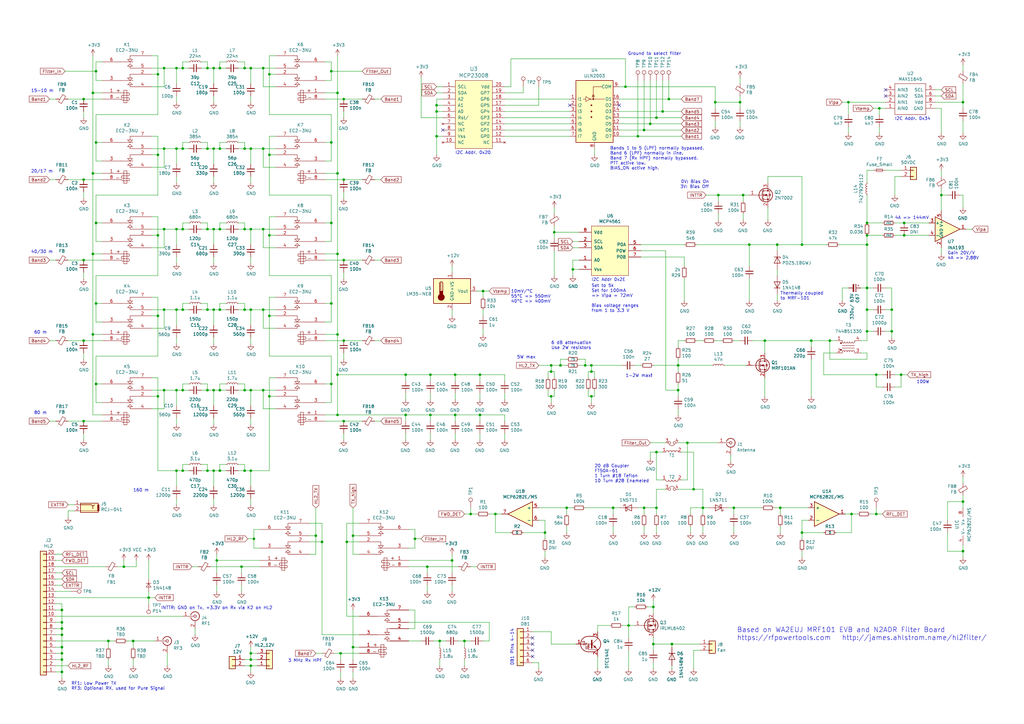
<source format=kicad_sch>
(kicad_sch (version 20230121) (generator eeschema)
  (paper "A3")
  (title_block (title "Hermes-Lite 2 MRF-101 Amplifier") (company "DB9MAT"))
  (junction (at 288.29 208.28))
  (junction (at 39.37 29.21))
  (junction (at 100.33 127))
  (junction (at 44.45 262.89))
  (junction (at 196.85 170.18))
  (junction (at 34.29 73.66))
  (junction (at 138.43 170.18))
  (junction (at 102.87 60.96))
  (junction (at 74.93 93.98))
  (junction (at 328.93 218.44))
  (junction (at 67.31 160.02))
  (junction (at 110.49 162.56))
  (junction (at 313.69 139.7))
  (junction (at 135.89 91.44))
  (junction (at 138.43 38.1))
  (junction (at 264.16 53.34))
  (junction (at 87.63 193.04))
  (junction (at 107.95 127))
  (junction (at 85.09 127))
  (junction (at 72.39 93.98))
  (junction (at 190.5 262.89))
  (junction (at 135.89 29.21))
  (junction (at 39.37 91.44))
  (junction (at 355.6 118.11))
  (junction (at 87.63 27.94))
  (junction (at 102.87 93.98))
  (junction (at 100.33 193.04))
  (junction (at 74.93 27.94))
  (junction (at 25.4 265.43))
  (junction (at 257.81 256.54))
  (junction (at 90.17 60.96))
  (junction (at 138.43 104.14))
  (junction (at 359.41 153.67))
  (junction (at 226.06 162.56))
  (junction (at 64.77 162.56))
  (junction (at 320.04 208.28))
  (junction (at 144.78 265.43))
  (junction (at 144.78 219.71))
  (junction (at 72.39 27.94))
  (junction (at 67.31 60.96))
  (junction (at 107.95 160.02))
  (junction (at 100.33 160.02))
  (junction (at 100.33 60.96))
  (junction (at 102.87 273.05))
  (junction (at 269.24 208.28))
  (junction (at 394.97 41.91))
  (junction (at 328.93 100.33))
  (junction (at 278.13 160.02))
  (junction (at 25.4 267.97))
  (junction (at 303.53 41.91))
  (junction (at 226.06 149.86))
  (junction (at 72.39 160.02))
  (junction (at 72.39 127))
  (junction (at 88.9 229.87))
  (junction (at 355.6 135.89))
  (junction (at 64.77 129.54))
  (junction (at 99.06 232.41))
  (junction (at 87.63 60.96))
  (junction (at 129.54 219.71))
  (junction (at 102.87 27.94))
  (junction (at 166.37 170.18))
  (junction (at 365.76 135.89))
  (junction (at 300.99 208.28))
  (junction (at 232.41 208.28))
  (junction (at 38.1 137.16))
  (junction (at 370.84 91.44))
  (junction (at 38.1 71.12))
  (junction (at 138.43 137.16))
  (junction (at 38.1 104.14))
  (junction (at 85.09 27.94))
  (junction (at 90.17 160.02))
  (junction (at 38.1 38.1))
  (junction (at 234.95 110.49))
  (junction (at 102.87 160.02))
  (junction (at 293.37 41.91))
  (junction (at 74.93 193.04))
  (junction (at 25.4 275.59))
  (junction (at 110.49 96.52))
  (junction (at 307.34 100.33))
  (junction (at 355.6 100.33))
  (junction (at 110.49 63.5))
  (junction (at 176.53 170.18))
  (junction (at 355.6 91.44))
  (junction (at 332.74 139.7))
  (junction (at 369.57 153.67))
  (junction (at 87.63 160.02))
  (junction (at 102.87 267.97))
  (junction (at 347.98 41.91))
  (junction (at 140.97 106.68))
  (junction (at 25.4 255.27))
  (junction (at 67.31 27.94))
  (junction (at 102.87 193.04))
  (junction (at 135.89 124.46))
  (junction (at 140.97 172.72))
  (junction (at 267.97 264.16))
  (junction (at 90.17 27.94))
  (junction (at 180.34 262.89))
  (junction (at 394.97 205.74))
  (junction (at 72.39 60.96))
  (junction (at 25.4 270.51))
  (junction (at 85.09 60.96))
  (junction (at 394.97 226.06))
  (junction (at 340.36 139.7))
  (junction (at 281.94 181.61))
  (junction (at 39.37 124.46))
  (junction (at 271.78 45.72))
  (junction (at 87.63 93.98))
  (junction (at 269.24 48.26))
  (junction (at 34.29 172.72))
  (junction (at 25.4 260.35))
  (junction (at 34.29 106.68))
  (junction (at 74.93 127))
  (junction (at 264.16 208.28))
  (junction (at 294.64 80.01))
  (junction (at 54.61 262.89))
  (junction (at 242.57 149.86))
  (junction (at 176.53 153.67))
  (junction (at 355.6 127))
  (junction (at 186.69 170.18))
  (junction (at 140.97 73.66))
  (junction (at 179.07 55.88))
  (junction (at 64.77 63.5))
  (junction (at 256.54 35.56))
  (junction (at 110.49 30.48))
  (junction (at 138.43 153.67))
  (junction (at 60.96 245.11))
  (junction (at 269.24 185.42))
  (junction (at 34.29 40.64))
  (junction (at 229.87 149.86))
  (junction (at 223.52 218.44))
  (junction (at 251.46 208.28))
  (junction (at 100.33 27.94))
  (junction (at 74.93 160.02))
  (junction (at 355.6 96.52))
  (junction (at 102.87 270.51))
  (junction (at 359.41 210.82))
  (junction (at 196.85 153.67))
  (junction (at 135.89 157.48))
  (junction (at 203.2 210.82))
  (junction (at 275.59 264.16))
  (junction (at 278.13 149.86))
  (junction (at 386.08 80.01))
  (junction (at 179.07 43.18))
  (junction (at 175.26 232.41))
  (junction (at 50.8 232.41))
  (junction (at 90.17 93.98))
  (junction (at 102.87 127))
  (junction (at 135.89 58.42))
  (junction (at 261.62 55.88))
  (junction (at 64.77 30.48))
  (junction (at 138.43 71.12))
  (junction (at 242.57 152.4))
  (junction (at 25.4 257.81))
  (junction (at 166.37 153.67))
  (junction (at 107.95 60.96))
  (junction (at 85.09 193.04))
  (junction (at 365.76 127))
  (junction (at 140.97 40.64))
  (junction (at 74.93 60.96))
  (junction (at 90.17 193.04))
  (junction (at 198.12 119.38))
  (junction (at 139.7 267.97))
  (junction (at 100.33 93.98))
  (junction (at 39.37 58.42))
  (junction (at 318.77 100.33))
  (junction (at 186.69 153.67))
  (junction (at 284.48 200.66))
  (junction (at 107.95 93.98))
  (junction (at 72.39 193.04))
  (junction (at 25.4 250.19))
  (junction (at 170.18 220.98))
  (junction (at 107.95 27.94))
  (junction (at 185.42 229.87))
  (junction (at 67.31 93.98))
  (junction (at 266.7 50.8))
  (junction (at 39.37 157.48))
  (junction (at 142.24 222.25))
  (junction (at 67.31 127))
  (junction (at 193.04 210.82))
  (junction (at 226.06 152.4))
  (junction (at 360.68 44.45))
  (junction (at 140.97 139.7))
  (junction (at 304.8 80.01))
  (junction (at 132.08 222.25))
  (junction (at 240.03 149.86))
  (junction (at 274.32 40.64))
  (junction (at 370.84 96.52))
  (junction (at 242.57 162.56))
  (junction (at 104.14 220.98))
  (junction (at 267.97 248.92))
  (junction (at 227.33 95.25))
  (junction (at 85.09 160.02))
  (junction (at 349.25 210.82))
  (junction (at 87.63 127))
  (junction (at 34.29 139.7))
  (junction (at 110.49 129.54))
  (junction (at 85.09 93.98))
  (junction (at 64.77 96.52))
  (junction (at 90.17 127))
  (junction (at 179.07 45.72))
  (no_connect (at 181.61 53.34))
  (no_connect (at 254 43.18))
  (no_connect (at 218.44 266.7))
  (no_connect (at 218.44 261.62))
  (no_connect (at 363.22 39.37))
  (no_connect (at 363.22 36.83))
  (no_connect (at 233.68 43.18))
  (no_connect (at 218.44 264.16))
  (no_connect (at 218.44 269.24))
  (wire (pts (xy 140.97 111.76) (xy 140.97 114.3)))
  (wire (pts (xy 353.06 139.7) (xy 355.6 139.7)))
  (wire (pts (xy 274.32 40.64) (xy 279.4 40.64)))
  (wire (pts (xy 62.23 93.98) (xy 67.31 93.98)))
  (wire (pts (xy 266.7 50.8) (xy 266.7 33.02)))
  (wire (pts (xy 172.72 48.26) (xy 172.72 31.75)))
  (wire (pts (xy 74.93 190.5) (xy 77.47 190.5)))
  (wire (pts (xy 138.43 38.1) (xy 138.43 71.12)))
  (wire (pts (xy 349.25 218.44) (xy 349.25 210.82)))
  (wire (pts (xy 67.31 134.62) (xy 62.23 134.62)))
  (wire (pts (xy 313.69 139.7) (xy 332.74 139.7)))
  (wire (pts (xy 200.66 210.82) (xy 203.2 210.82)))
  (wire (pts (xy 87.63 160.02) (xy 90.17 160.02)))
  (wire (pts (xy 226.06 152.4) (xy 227.33 152.4)))
  (wire (pts (xy 297.18 149.86) (xy 306.07 149.86)))
  (wire (pts (xy 229.87 147.32) (xy 232.41 147.32)))
  (wire (pts (xy 41.91 25.4) (xy 39.37 25.4)))
  (wire (pts (xy 110.49 162.56) (xy 110.49 193.04)))
  (wire (pts (xy 67.31 160.02) (xy 72.39 160.02)))
  (wire (pts (xy 393.7 80.01) (xy 394.97 80.01)))
  (wire (pts (xy 300.99 139.7) (xy 303.53 139.7)))
  (wire (pts (xy 90.17 157.48) (xy 92.71 157.48)))
  (wire (pts (xy 20.32 172.72) (xy 22.86 172.72)))
  (wire (pts (xy 198.12 119.38) (xy 200.66 119.38)))
  (wire (pts (xy 133.35 157.48) (xy 135.89 157.48)))
  (wire (pts (xy 113.03 27.94) (xy 107.95 27.94)))
  (wire (pts (xy 370.84 96.52) (xy 381 96.52)))
  (wire (pts (xy 67.31 101.6) (xy 62.23 101.6)))
  (wire (pts (xy 190.5 262.89) (xy 190.5 265.43)))
  (wire (pts (xy 34.29 111.76) (xy 34.29 114.3)))
  (wire (pts (xy 67.31 60.96) (xy 72.39 60.96)))
  (wire (pts (xy 166.37 177.8) (xy 166.37 180.34)))
  (wire (pts (xy 67.31 68.58) (xy 62.23 68.58)))
  (wire (pts (xy 62.23 27.94) (xy 67.31 27.94)))
  (wire (pts (xy 137.16 267.97) (xy 139.7 267.97)))
  (wire (pts (xy 133.35 172.72) (xy 140.97 172.72)))
  (wire (pts (xy 200.66 262.89) (xy 198.12 262.89)))
  (wire (pts (xy 100.33 60.96) (xy 97.79 60.96)))
  (wire (pts (xy 147.32 265.43) (xy 144.78 265.43)))
  (wire (pts (xy 193.04 210.82) (xy 195.58 210.82)))
  (wire (pts (xy 110.49 88.9) (xy 113.03 88.9)))
  (wire (pts (xy 279.4 185.42) (xy 284.48 185.42)))
  (wire (pts (xy 294.64 80.01) (xy 294.64 82.55)))
  (wire (pts (xy 254 50.8) (xy 266.7 50.8)))
  (wire (pts (xy 241.3 154.94) (xy 241.3 152.4)))
  (wire (pts (xy 293.37 139.7) (xy 295.91 139.7)))
  (wire (pts (xy 383.54 41.91) (xy 394.97 41.91)))
  (wire (pts (xy 60.96 229.87) (xy 60.96 237.49)))
  (wire (pts (xy 218.44 259.08) (xy 226.06 259.08)))
  (wire (pts (xy 185.42 109.22) (xy 185.42 111.76)))
  (wire (pts (xy 90.17 27.94) (xy 92.71 27.94)))
  (wire (pts (xy 240.03 147.32) (xy 240.03 149.86)))
  (wire (pts (xy 280.67 114.3) (xy 280.67 123.19)))
  (wire (pts (xy 181.61 40.64) (xy 179.07 40.64)))
  (wire (pts (xy 140.97 106.68) (xy 148.59 106.68)))
  (wire (pts (xy 54.61 270.51) (xy 54.61 273.05)))
  (wire (pts (xy 267.97 246.38) (xy 267.97 248.92)))
  (wire (pts (xy 345.44 41.91) (xy 347.98 41.91)))
  (wire (pts (xy 82.55 60.96) (xy 85.09 60.96)))
  (wire (pts (xy 328.93 226.06) (xy 328.93 228.6)))
  (wire (pts (xy 275.59 264.16) (xy 275.59 265.43)))
  (wire (pts (xy 110.49 80.01) (xy 135.89 80.01)))
  (wire (pts (xy 383.54 44.45) (xy 386.08 44.45)))
  (wire (pts (xy 303.53 49.53) (xy 303.53 52.07)))
  (wire (pts (xy 90.17 25.4) (xy 92.71 25.4)))
  (wire (pts (xy 67.31 160.02) (xy 67.31 167.64)))
  (wire (pts (xy 100.33 25.4) (xy 100.33 27.94)))
  (wire (pts (xy 196.85 177.8) (xy 196.85 180.34)))
  (wire (pts (xy 262.89 105.41) (xy 280.67 105.41)))
  (wire (pts (xy 186.69 170.18) (xy 196.85 170.18)))
  (wire (pts (xy 293.37 41.91) (xy 293.37 44.45)))
  (wire (pts (xy 82.55 160.02) (xy 85.09 160.02)))
  (wire (pts (xy 22.86 273.05) (xy 27.94 273.05)))
  (wire (pts (xy 234.95 208.28) (xy 232.41 208.28)))
  (wire (pts (xy 232.41 208.28) (xy 220.98 208.28)))
  (wire (pts (xy 269.24 185.42) (xy 271.78 185.42)))
  (wire (pts (xy 72.39 93.98) (xy 72.39 100.33)))
  (wire (pts (xy 72.39 72.39) (xy 72.39 74.93)))
  (wire (pts (xy 90.17 127) (xy 92.71 127)))
  (wire (pts (xy 279.4 196.85) (xy 281.94 196.85)))
  (wire (pts (xy 132.08 260.35) (xy 147.32 260.35)))
  (wire (pts (xy 140.97 172.72) (xy 148.59 172.72)))
  (wire (pts (xy 110.49 55.88) (xy 113.03 55.88)))
  (wire (pts (xy 62.23 129.54) (xy 64.77 129.54)))
  (wire (pts (xy 140.97 78.74) (xy 140.97 81.28)))
  (wire (pts (xy 34.29 45.72) (xy 34.29 48.26)))
  (wire (pts (xy 85.09 93.98) (xy 85.09 91.44)))
  (wire (pts (xy 359.41 208.28) (xy 359.41 210.82)))
  (wire (pts (xy 85.09 27.94) (xy 85.09 25.4)))
  (wire (pts (xy 144.78 227.33) (xy 144.78 219.71)))
  (wire (pts (xy 41.91 73.66) (xy 34.29 73.66)))
  (wire (pts (xy 304.8 80.01) (xy 294.64 80.01)))
  (wire (pts (xy 102.87 93.98) (xy 102.87 100.33)))
  (wire (pts (xy 254 53.34) (xy 264.16 53.34)))
  (wire (pts (xy 41.91 58.42) (xy 39.37 58.42)))
  (wire (pts (xy 232.41 208.28) (xy 232.41 210.82)))
  (wire (pts (xy 110.49 121.92) (xy 110.49 129.54)))
  (wire (pts (xy 90.17 60.96) (xy 92.71 60.96)))
  (wire (pts (xy 138.43 170.18) (xy 166.37 170.18)))
  (wire (pts (xy 358.14 69.85) (xy 355.6 69.85)))
  (wire (pts (xy 102.87 160.02) (xy 107.95 160.02)))
  (wire (pts (xy 218.44 271.78) (xy 220.98 271.78)))
  (wire (pts (xy 180.34 270.51) (xy 180.34 273.05)))
  (wire (pts (xy 203.2 210.82) (xy 205.74 210.82)))
  (wire (pts (xy 254 35.56) (xy 256.54 35.56)))
  (wire (pts (xy 287.02 266.7) (xy 284.48 266.7)))
  (wire (pts (xy 186.69 153.67) (xy 196.85 153.67)))
  (wire (pts (xy 355.6 135.89) (xy 358.14 135.89)))
  (wire (pts (xy 99.06 232.41) (xy 86.36 232.41)))
  (wire (pts (xy 99.06 240.03) (xy 99.06 242.57)))
  (wire (pts (xy 269.24 218.44) (xy 269.24 215.9)))
  (wire (pts (xy 104.14 220.98) (xy 104.14 224.79)))
  (wire (pts (xy 227.33 95.25) (xy 237.49 95.25)))
  (wire (pts (xy 355.6 144.78) (xy 353.06 144.78)))
  (wire (pts (xy 369.57 72.39) (xy 367.03 72.39)))
  (wire (pts (xy 78.74 232.41) (xy 81.28 232.41)))
  (wire (pts (xy 243.84 152.4) (xy 243.84 154.94)))
  (wire (pts (xy 39.37 66.04) (xy 41.91 66.04)))
  (wire (pts (xy 72.39 105.41) (xy 72.39 107.95)))
  (wire (pts (xy 299.72 186.69) (xy 299.72 189.23)))
  (wire (pts (xy 107.95 134.62) (xy 113.03 134.62)))
  (wire (pts (xy 176.53 161.29) (xy 176.53 163.83)))
  (wire (pts (xy 278.13 142.24) (xy 278.13 139.7)))
  (wire (pts (xy 257.81 248.92) (xy 257.81 256.54)))
  (wire (pts (xy 100.33 270.51) (xy 102.87 270.51)))
  (wire (pts (xy 369.57 153.67) (xy 367.03 153.67)))
  (wire (pts (xy 60.96 245.11) (xy 60.96 247.65)))
  (wire (pts (xy 198.12 134.62) (xy 198.12 137.16)))
  (wire (pts (xy 110.49 113.03) (xy 135.89 113.03)))
  (wire (pts (xy 281.94 181.61) (xy 294.64 181.61)))
  (wire (pts (xy 307.34 100.33) (xy 318.77 100.33)))
  (wire (pts (xy 110.49 30.48) (xy 113.03 30.48)))
  (wire (pts (xy 195.58 119.38) (xy 198.12 119.38)))
  (wire (pts (xy 106.68 232.41) (xy 99.06 232.41)))
  (wire (pts (xy 104.14 217.17) (xy 104.14 220.98)))
  (wire (pts (xy 396.24 93.98) (xy 398.78 93.98)))
  (wire (pts (xy 349.25 210.82) (xy 346.71 210.82)))
  (wire (pts (xy 62.23 96.52) (xy 64.77 96.52)))
  (wire (pts (xy 355.6 118.11) (xy 358.14 118.11)))
  (wire (pts (xy 209.55 24.13) (xy 209.55 35.56)))
  (wire (pts (xy 386.08 77.47) (xy 386.08 80.01)))
  (wire (pts (xy 64.77 80.01) (xy 64.77 63.5)))
  (wire (pts (xy 278.13 167.64) (xy 278.13 170.18)))
  (wire (pts (xy 278.13 149.86) (xy 278.13 152.4)))
  (wire (pts (xy 328.93 218.44) (xy 337.82 218.44)))
  (wire (pts (xy 144.78 219.71) (xy 147.32 219.71)))
  (wire (pts (xy 245.11 256.54) (xy 245.11 259.08)))
  (wire (pts (xy 22.86 234.95) (xy 25.4 234.95)))
  (wire (pts (xy 39.37 29.21) (xy 39.37 33.02)))
  (wire (pts (xy 304.8 87.63) (xy 304.8 90.17)))
  (wire (pts (xy 90.17 190.5) (xy 92.71 190.5)))
  (wire (pts (xy 110.49 30.48) (xy 110.49 46.99)))
  (wire (pts (xy 144.78 265.43) (xy 144.78 270.51)))
  (wire (pts (xy 85.09 193.04) (xy 87.63 193.04)))
  (wire (pts (xy 27.94 106.68) (xy 34.29 106.68)))
  (wire (pts (xy 261.62 208.28) (xy 264.16 208.28)))
  (wire (pts (xy 260.35 248.92) (xy 257.81 248.92)))
  (wire (pts (xy 224.79 152.4) (xy 226.06 152.4)))
  (wire (pts (xy 303.53 41.91) (xy 303.53 44.45)))
  (wire (pts (xy 359.41 153.67) (xy 359.41 158.75)))
  (wire (pts (xy 140.97 144.78) (xy 140.97 147.32)))
  (wire (pts (xy 207.01 38.1) (xy 214.63 38.1)))
  (wire (pts (xy 110.49 129.54) (xy 110.49 146.05)))
  (wire (pts (xy 100.33 91.44) (xy 100.33 93.98)))
  (wire (pts (xy 207.01 170.18) (xy 207.01 172.72)))
  (wire (pts (xy 196.85 161.29) (xy 196.85 163.83)))
  (wire (pts (xy 307.34 80.01) (xy 304.8 80.01)))
  (wire (pts (xy 278.13 160.02) (xy 273.05 160.02)))
  (wire (pts (xy 187.96 262.89) (xy 190.5 262.89)))
  (wire (pts (xy 110.49 162.56) (xy 113.03 162.56)))
  (wire (pts (xy 170.18 220.98) (xy 170.18 217.17)))
  (wire (pts (xy 74.93 93.98) (xy 74.93 91.44)))
  (wire (pts (xy 22.86 260.35) (xy 25.4 260.35)))
  (wire (pts (xy 167.64 255.27) (xy 200.66 255.27)))
  (wire (pts (xy 345.44 123.19) (xy 345.44 118.11)))
  (wire (pts (xy 62.23 30.48) (xy 64.77 30.48)))
  (wire (pts (xy 328.93 213.36) (xy 328.93 218.44)))
  (wire (pts (xy 62.23 162.56) (xy 64.77 162.56)))
  (wire (pts (xy 22.86 257.81) (xy 25.4 257.81)))
  (wire (pts (xy 100.33 127) (xy 97.79 127)))
  (wire (pts (xy 293.37 41.91) (xy 303.53 41.91)))
  (wire (pts (xy 39.37 25.4) (xy 39.37 29.21)))
  (wire (pts (xy 138.43 104.14) (xy 133.35 104.14)))
  (wire (pts (xy 264.16 53.34) (xy 279.4 53.34)))
  (wire (pts (xy 294.64 87.63) (xy 294.64 90.17)))
  (wire (pts (xy 388.62 205.74) (xy 394.97 205.74)))
  (wire (pts (xy 288.29 200.66) (xy 288.29 208.28)))
  (wire (pts (xy 110.49 96.52) (xy 113.03 96.52)))
  (wire (pts (xy 55.88 232.41) (xy 55.88 229.87)))
  (wire (pts (xy 278.13 157.48) (xy 278.13 160.02)))
  (wire (pts (xy 25.4 275.59) (xy 25.4 278.13)))
  (wire (pts (xy 355.6 127) (xy 358.14 127)))
  (wire (pts (xy 64.77 46.99) (xy 39.37 46.99)))
  (wire (pts (xy 74.93 60.96) (xy 77.47 60.96)))
  (wire (pts (xy 72.39 27.94) (xy 72.39 34.29)))
  (wire (pts (xy 269.24 200.66) (xy 269.24 208.28)))
  (wire (pts (xy 72.39 138.43) (xy 72.39 140.97)))
  (wire (pts (xy 209.55 218.44) (xy 203.2 218.44)))
  (wire (pts (xy 138.43 153.67) (xy 138.43 170.18)))
  (wire (pts (xy 251.46 208.28) (xy 240.03 208.28)))
  (wire (pts (xy 237.49 106.68) (xy 234.95 106.68)))
  (wire (pts (xy 54.61 262.89) (xy 63.5 262.89)))
  (wire (pts (xy 242.57 162.56) (xy 242.57 165.1)))
  (wire (pts (xy 140.97 73.66) (xy 148.59 73.66)))
  (wire (pts (xy 74.93 93.98) (xy 77.47 93.98)))
  (wire (pts (xy 100.33 193.04) (xy 97.79 193.04)))
  (wire (pts (xy 85.09 127) (xy 87.63 127)))
  (wire (pts (xy 27.94 73.66) (xy 34.29 73.66)))
  (wire (pts (xy 44.45 262.89) (xy 46.99 262.89)))
  (wire (pts (xy 226.06 149.86) (xy 229.87 149.86)))
  (wire (pts (xy 110.49 129.54) (xy 113.03 129.54)))
  (wire (pts (xy 38.1 137.16) (xy 41.91 137.16)))
  (wire (pts (xy 273.05 181.61) (xy 266.7 181.61)))
  (wire (pts (xy 254 48.26) (xy 269.24 48.26)))
  (wire (pts (xy 39.37 80.01) (xy 39.37 91.44)))
  (wire (pts (xy 167.64 262.89) (xy 172.72 262.89)))
  (wire (pts (xy 27.94 207.01) (xy 30.48 207.01)))
  (wire (pts (xy 107.95 93.98) (xy 107.95 101.6)))
  (wire (pts (xy 62.23 160.02) (xy 67.31 160.02)))
  (wire (pts (xy 254 208.28) (xy 251.46 208.28)))
  (wire (pts (xy 140.97 45.72) (xy 140.97 48.26)))
  (wire (pts (xy 133.35 91.44) (xy 135.89 91.44)))
  (wire (pts (xy 314.96 85.09) (xy 314.96 90.17)))
  (wire (pts (xy 331.47 213.36) (xy 328.93 213.36)))
  (wire (pts (xy 133.35 73.66) (xy 140.97 73.66)))
  (wire (pts (xy 342.9 218.44) (xy 349.25 218.44)))
  (wire (pts (xy 186.69 153.67) (xy 186.69 156.21)))
  (wire (pts (xy 129.54 219.71) (xy 127 219.71)))
  (wire (pts (xy 355.6 147.32) (xy 355.6 144.78)))
  (wire (pts (xy 318.77 100.33) (xy 328.93 100.33)))
  (wire (pts (xy 87.63 160.02) (xy 87.63 166.37)))
  (wire (pts (xy 135.89 132.08) (xy 133.35 132.08)))
  (wire (pts (xy 388.62 226.06) (xy 394.97 226.06)))
  (wire (pts (xy 138.43 104.14) (xy 138.43 137.16)))
  (wire (pts (xy 209.55 24.13) (xy 256.54 24.13)))
  (wire (pts (xy 22.86 232.41) (xy 43.18 232.41)))
  (wire (pts (xy 273.05 160.02) (xy 273.05 102.87)))
  (wire (pts (xy 386.08 80.01) (xy 388.62 80.01)))
  (wire (pts (xy 135.89 124.46) (xy 135.89 113.03)))
  (wire (pts (xy 271.78 45.72) (xy 279.4 45.72)))
  (wire (pts (xy 207.01 153.67) (xy 207.01 156.21)))
  (wire (pts (xy 107.95 127) (xy 107.95 134.62)))
  (wire (pts (xy 105.41 270.51) (xy 102.87 270.51)))
  (wire (pts (xy 156.21 172.72) (xy 153.67 172.72)))
  (wire (pts (xy 266.7 185.42) (xy 266.7 187.96)))
  (wire (pts (xy 100.33 190.5) (xy 100.33 193.04)))
  (wire (pts (xy 38.1 137.16) (xy 38.1 170.18)))
  (wire (pts (xy 294.64 80.01) (xy 289.56 80.01)))
  (wire (pts (xy 26.67 29.21) (xy 39.37 29.21)))
  (wire (pts (xy 167.64 257.81) (xy 170.18 257.81)))
  (wire (pts (xy 25.4 257.81) (xy 25.4 255.27)))
  (wire (pts (xy 142.24 222.25) (xy 147.32 222.25)))
  (wire (pts (xy 50.8 232.41) (xy 55.88 232.41)))
  (wire (pts (xy 190.5 270.51) (xy 190.5 273.05)))
  (wire (pts (xy 138.43 71.12) (xy 133.35 71.12)))
  (wire (pts (xy 67.31 27.94) (xy 72.39 27.94)))
  (wire (pts (xy 347.98 41.91) (xy 363.22 41.91)))
  (wire (pts (xy 88.9 240.03) (xy 88.9 242.57)))
  (wire (pts (xy 20.32 40.64) (xy 22.86 40.64)))
  (wire (pts (xy 355.6 80.01) (xy 355.6 91.44)))
  (wire (pts (xy 113.03 127) (xy 107.95 127)))
  (wire (pts (xy 166.37 172.72) (xy 166.37 170.18)))
  (wire (pts (xy 303.53 39.37) (xy 303.53 41.91)))
  (wire (pts (xy 317.5 208.28) (xy 320.04 208.28)))
  (wire (pts (xy 176.53 170.18) (xy 186.69 170.18)))
  (wire (pts (xy 278.13 149.86) (xy 292.1 149.86)))
  (wire (pts (xy 185.42 240.03) (xy 185.42 242.57)))
  (wire (pts (xy 394.97 26.67) (xy 394.97 29.21)))
  (wire (pts (xy 133.35 139.7) (xy 140.97 139.7)))
  (wire (pts (xy 72.39 160.02) (xy 74.93 160.02)))
  (wire (pts (xy 234.95 106.68) (xy 234.95 110.49)))
  (wire (pts (xy 340.36 139.7) (xy 340.36 147.32)))
  (wire (pts (xy 281.94 196.85) (xy 281.94 181.61)))
  (wire (pts (xy 223.52 226.06) (xy 223.52 228.6)))
  (wire (pts (xy 359.41 153.67) (xy 361.95 153.67)))
  (wire (pts (xy 90.17 91.44) (xy 90.17 93.98)))
  (wire (pts (xy 87.63 204.47) (xy 87.63 207.01)))
  (wire (pts (xy 25.4 227.33) (xy 22.86 227.33)))
  (wire (pts (xy 355.6 135.89) (xy 355.6 139.7)))
  (wire (pts (xy 271.78 196.85) (xy 269.24 196.85)))
  (wire (pts (xy 135.89 124.46) (xy 135.89 132.08)))
  (wire (pts (xy 74.93 27.94) (xy 74.93 25.4)))
  (wire (pts (xy 257.81 256.54) (xy 260.35 256.54)))
  (wire (pts (xy 307.34 114.3) (xy 307.34 123.19)))
  (wire (pts (xy 207.01 40.64) (xy 233.68 40.64)))
  (wire (pts (xy 90.17 91.44) (xy 92.71 91.44)))
  (wire (pts (xy 347.98 41.91) (xy 347.98 46.99)))
  (wire (pts (xy 242.57 162.56) (xy 243.84 162.56)))
  (wire (pts (xy 25.4 255.27) (xy 22.86 255.27)))
  (wire (pts (xy 102.87 27.94) (xy 102.87 34.29)))
  (wire (pts (xy 34.29 78.74) (xy 34.29 81.28)))
  (wire (pts (xy 102.87 273.05) (xy 102.87 275.59)))
  (wire (pts (xy 38.1 38.1) (xy 41.91 38.1)))
  (wire (pts (xy 102.87 93.98) (xy 107.95 93.98)))
  (wire (pts (xy 139.7 267.97) (xy 139.7 270.51)))
  (wire (pts (xy 242.57 149.86) (xy 255.27 149.86)))
  (wire (pts (xy 64.77 162.56) (xy 64.77 193.04)))
  (wire (pts (xy 179.07 55.88) (xy 179.07 63.5)))
  (wire (pts (xy 318.77 102.87) (xy 318.77 100.33)))
  (wire (pts (xy 135.89 25.4) (xy 135.89 29.21)))
  (wire (pts (xy 220.98 35.56) (xy 220.98 43.18)))
  (wire (pts (xy 87.63 93.98) (xy 87.63 100.33)))
  (wire (pts (xy 153.67 40.64) (xy 156.21 40.64)))
  (wire (pts (xy 363.22 118.11) (xy 365.76 118.11)))
  (wire (pts (xy 72.39 27.94) (xy 74.93 27.94)))
  (wire (pts (xy 355.6 127) (xy 355.6 135.89)))
  (wire (pts (xy 229.87 149.86) (xy 229.87 147.32)))
  (wire (pts (xy 107.95 68.58) (xy 113.03 68.58)))
  (wire (pts (xy 237.49 147.32) (xy 240.03 147.32)))
  (wire (pts (xy 207.01 53.34) (xy 233.68 53.34)))
  (wire (pts (xy 394.97 203.2) (xy 394.97 205.74)))
  (wire (pts (xy 64.77 63.5) (xy 64.77 55.88)))
  (wire (pts (xy 273.05 200.66) (xy 269.24 200.66)))
  (wire (pts (xy 110.49 22.86) (xy 110.49 30.48)))
  (wire (pts (xy 72.39 193.04) (xy 72.39 199.39)))
  (wire (pts (xy 74.93 60.96) (xy 74.93 58.42)))
  (wire (pts (xy 193.04 208.28) (xy 193.04 210.82)))
  (wire (pts (xy 269.24 208.28) (xy 269.24 210.82)))
  (wire (pts (xy 87.63 27.94) (xy 90.17 27.94)))
  (wire (pts (xy 39.37 157.48) (xy 39.37 165.1)))
  (wire (pts (xy 369.57 153.67) (xy 372.11 153.67)))
  (wire (pts (xy 144.78 275.59) (xy 144.78 278.13)))
  (wire (pts (xy 167.64 232.41) (xy 175.26 232.41)))
  (wire (pts (xy 207.01 50.8) (xy 233.68 50.8)))
  (wire (pts (xy 22.86 275.59) (xy 25.4 275.59)))
  (wire (pts (xy 226.06 162.56) (xy 226.06 165.1)))
  (wire (pts (xy 275.59 264.16) (xy 287.02 264.16)))
  (wire (pts (xy 22.86 247.65) (xy 25.4 247.65)))
  (wire (pts (xy 67.31 127) (xy 72.39 127)))
  (wire (pts (xy 242.57 152.4) (xy 243.84 152.4)))
  (wire (pts (xy 113.03 160.02) (xy 107.95 160.02)))
  (wire (pts (xy 39.37 113.03) (xy 64.77 113.03)))
  (wire (pts (xy 142.24 222.25) (xy 142.24 252.73)))
  (wire (pts (xy 176.53 170.18) (xy 176.53 172.72)))
  (wire (pts (xy 274.32 40.64) (xy 274.32 33.02)))
  (wire (pts (xy 353.06 118.11) (xy 355.6 118.11)))
  (wire (pts (xy 129.54 227.33) (xy 129.54 219.71)))
  (wire (pts (xy 25.4 265.43) (xy 25.4 267.97)))
  (wire (pts (xy 196.85 170.18) (xy 207.01 170.18)))
  (wire (pts (xy 365.76 135.89) (xy 365.76 138.43)))
  (wire (pts (xy 167.64 224.79) (xy 170.18 224.79)))
  (wire (pts (xy 25.4 270.51) (xy 22.86 270.51)))
  (wire (pts (xy 176.53 153.67) (xy 186.69 153.67)))
  (wire (pts (xy 138.43 71.12) (xy 138.43 104.14)))
  (wire (pts (xy 275.59 273.05) (xy 275.59 274.32)))
  (wire (pts (xy 300.99 208.28) (xy 312.42 208.28)))
  (wire (pts (xy 243.84 60.96) (xy 243.84 63.5)))
  (wire (pts (xy 22.86 245.11) (xy 60.96 245.11)))
  (wire (pts (xy 179.07 35.56) (xy 181.61 35.56)))
  (wire (pts (xy 87.63 93.98) (xy 90.17 93.98)))
  (wire (pts (xy 226.06 259.08) (xy 226.06 264.16)))
  (wire (pts (xy 271.78 45.72) (xy 271.78 33.02)))
  (wire (pts (xy 100.33 157.48) (xy 100.33 160.02)))
  (wire (pts (xy 25.4 267.97) (xy 25.4 270.51)))
  (wire (pts (xy 135.89 58.42) (xy 135.89 46.99)))
  (wire (pts (xy 383.54 36.83) (xy 386.08 36.83)))
  (wire (pts (xy 74.93 27.94) (xy 77.47 27.94)))
  (wire (pts (xy 90.17 193.04) (xy 92.71 193.04)))
  (wire (pts (xy 345.44 118.11) (xy 347.98 118.11)))
  (wire (pts (xy 38.1 71.12) (xy 38.1 104.14)))
  (wire (pts (xy 74.93 160.02) (xy 74.93 157.48)))
  (wire (pts (xy 355.6 100.33) (xy 355.6 118.11)))
  (wire (pts (xy 67.31 167.64) (xy 62.23 167.64)))
  (wire (pts (xy 107.95 101.6) (xy 113.03 101.6)))
  (wire (pts (xy 267.97 264.16) (xy 267.97 266.7)))
  (wire (pts (xy 110.49 154.94) (xy 110.49 162.56)))
  (wire (pts (xy 72.39 127) (xy 74.93 127)))
  (wire (pts (xy 85.09 91.44) (xy 82.55 91.44)))
  (wire (pts (xy 365.76 127) (xy 365.76 135.89)))
  (wire (pts (xy 148.59 29.21) (xy 135.89 29.21)))
  (wire (pts (xy 64.77 22.86) (xy 62.23 22.86)))
  (wire (pts (xy 266.7 50.8) (xy 279.4 50.8)))
  (wire (pts (xy 340.36 139.7) (xy 332.74 139.7)))
  (wire (pts (xy 41.91 172.72) (xy 34.29 172.72)))
  (wire (pts (xy 64.77 30.48) (xy 64.77 46.99)))
  (wire (pts (xy 60.96 245.11) (xy 63.5 245.11)))
  (wire (pts (xy 386.08 44.45) (xy 386.08 54.61)))
  (wire (pts (xy 90.17 25.4) (xy 90.17 27.94)))
  (wire (pts (xy 48.26 232.41) (xy 50.8 232.41)))
  (wire (pts (xy 144.78 219.71) (xy 144.78 208.28)))
  (wire (pts (xy 85.09 124.46) (xy 82.55 124.46)))
  (wire (pts (xy 185.42 229.87) (xy 167.64 229.87)))
  (wire (pts (xy 166.37 161.29) (xy 166.37 163.83)))
  (wire (pts (xy 67.31 127) (xy 67.31 134.62)))
  (wire (pts (xy 85.09 93.98) (xy 87.63 93.98)))
  (wire (pts (xy 102.87 193.04) (xy 102.87 199.39)))
  (wire (pts (xy 394.97 205.74) (xy 394.97 208.28)))
  (wire (pts (xy 25.4 270.51) (xy 25.4 275.59)))
  (wire (pts (xy 257.81 266.7) (xy 257.81 274.32)))
  (wire (pts (xy 232.41 215.9) (xy 232.41 218.44)))
  (wire (pts (xy 245.11 269.24) (xy 245.11 274.32)))
  (wire (pts (xy 355.6 96.52) (xy 361.95 96.52)))
  (wire (pts (xy 74.93 193.04) (xy 77.47 193.04)))
  (wire (pts (xy 22.86 240.03) (xy 25.4 240.03)))
  (wire (pts (xy 20.32 139.7) (xy 22.86 139.7)))
  (wire (pts (xy 22.86 229.87) (xy 25.4 229.87)))
  (wire (pts (xy 142.24 252.73) (xy 147.32 252.73)))
  (wire (pts (xy 264.16 218.44) (xy 264.16 215.9)))
  (wire (pts (xy 102.87 127) (xy 102.87 133.35)))
  (wire (pts (xy 67.31 93.98) (xy 72.39 93.98)))
  (wire (pts (xy 102.87 72.39) (xy 102.87 74.93)))
  (wire (pts (xy 176.53 177.8) (xy 176.53 180.34)))
  (wire (pts (xy 72.39 193.04) (xy 74.93 193.04)))
  (wire (pts (xy 102.87 171.45) (xy 102.87 173.99)))
  (wire (pts (xy 27.94 172.72) (xy 34.29 172.72)))
  (wire (pts (xy 39.37 113.03) (xy 39.37 124.46)))
  (wire (pts (xy 198.12 127) (xy 198.12 129.54)))
  (wire (pts (xy 39.37 165.1) (xy 41.91 165.1)))
  (wire (pts (xy 68.58 267.97) (xy 68.58 273.05)))
  (wire (pts (xy 166.37 153.67) (xy 176.53 153.67)))
  (wire (pts (xy 347.98 52.07) (xy 347.98 54.61)))
  (wire (pts (xy 139.7 275.59) (xy 139.7 278.13)))
  (wire (pts (xy 355.6 69.85) (xy 355.6 74.93)))
  (wire (pts (xy 179.07 45.72) (xy 181.61 45.72)))
  (wire (pts (xy 87.63 105.41) (xy 87.63 107.95)))
  (wire (pts (xy 394.97 80.01) (xy 394.97 85.09)))
  (wire (pts (xy 102.87 204.47) (xy 102.87 207.01)))
  (wire (pts (xy 129.54 267.97) (xy 132.08 267.97)))
  (wire (pts (xy 179.07 38.1) (xy 181.61 38.1)))
  (wire (pts (xy 144.78 265.43) (xy 144.78 250.19)))
  (wire (pts (xy 100.33 160.02) (xy 102.87 160.02)))
  (wire (pts (xy 138.43 137.16) (xy 138.43 153.67)))
  (wire (pts (xy 72.39 60.96) (xy 72.39 67.31)))
  (wire (pts (xy 100.33 273.05) (xy 102.87 273.05)))
  (wire (pts (xy 237.49 110.49) (xy 234.95 110.49)))
  (wire (pts (xy 100.33 93.98) (xy 97.79 93.98)))
  (wire (pts (xy 85.09 60.96) (xy 87.63 60.96)))
  (wire (pts (xy 104.14 224.79) (xy 106.68 224.79)))
  (wire (pts (xy 342.9 139.7) (xy 340.36 139.7)))
  (wire (pts (xy 132.08 222.25) (xy 132.08 214.63)))
  (wire (pts (xy 388.62 205.74) (xy 388.62 213.36)))
  (wire (pts (xy 67.31 93.98) (xy 67.31 101.6)))
  (wire (pts (xy 394.97 226.06) (xy 394.97 228.6)))
  (wire (pts (xy 140.97 40.64) (xy 148.59 40.64)))
  (wire (pts (xy 181.61 55.88) (xy 179.07 55.88)))
  (wire (pts (xy 207.01 45.72) (xy 233.68 45.72)))
  (wire (pts (xy 278.13 147.32) (xy 278.13 149.86)))
  (wire (pts (xy 85.09 193.04) (xy 85.09 190.5)))
  (wire (pts (xy 267.97 271.78) (xy 267.97 274.32)))
  (wire (pts (xy 240.03 149.86) (xy 242.57 149.86)))
  (wire (pts (xy 27.94 40.64) (xy 34.29 40.64)))
  (wire (pts (xy 64.77 96.52) (xy 64.77 88.9)))
  (wire (pts (xy 156.21 139.7) (xy 153.67 139.7)))
  (wire (pts (xy 39.37 99.06) (xy 41.91 99.06)))
  (wire (pts (xy 370.84 91.44) (xy 381 91.44)))
  (wire (pts (xy 85.09 27.94) (xy 87.63 27.94)))
  (wire (pts (xy 186.69 161.29) (xy 186.69 163.83)))
  (wire (pts (xy 64.77 129.54) (xy 64.77 121.92)))
  (wire (pts (xy 38.1 104.14) (xy 41.91 104.14)))
  (wire (pts (xy 88.9 229.87) (xy 88.9 234.95)))
  (wire (pts (xy 190.5 262.89) (xy 193.04 262.89)))
  (wire (pts (xy 285.75 139.7) (xy 288.29 139.7)))
  (wire (pts (xy 344.17 100.33) (xy 355.6 100.33)))
  (wire (pts (xy 90.17 58.42) (xy 90.17 60.96)))
  (wire (pts (xy 176.53 153.67) (xy 176.53 156.21)))
  (wire (pts (xy 166.37 170.18) (xy 176.53 170.18)))
  (wire (pts (xy 87.63 60.96) (xy 87.63 67.31)))
  (wire (pts (xy 349.25 210.82) (xy 351.79 210.82)))
  (wire (pts (xy 67.31 35.56) (xy 62.23 35.56)))
  (wire (pts (xy 394.97 49.53) (xy 394.97 54.61)))
  (wire (pts (xy 179.07 40.64) (xy 179.07 43.18)))
  (wire (pts (xy 100.33 160.02) (xy 97.79 160.02)))
  (wire (pts (xy 107.95 60.96) (xy 107.95 68.58)))
  (wire (pts (xy 365.76 127) (xy 363.22 127)))
  (wire (pts (xy 186.69 177.8) (xy 186.69 180.34)))
  (wire (pts (xy 280.67 100.33) (xy 262.89 100.33)))
  (wire (pts (xy 318.77 120.65) (xy 318.77 123.19)))
  (wire (pts (xy 127 227.33) (xy 129.54 227.33)))
  (wire (pts (xy 265.43 248.92) (xy 267.97 248.92)))
  (wire (pts (xy 298.45 208.28) (xy 300.99 208.28)))
  (wire (pts (xy 133.35 25.4) (xy 135.89 25.4)))
  (wire (pts (xy 90.17 157.48) (xy 90.17 160.02)))
  (wire (pts (xy 226.06 264.16) (xy 236.22 264.16)))
  (wire (pts (xy 251.46 208.28) (xy 251.46 210.82)))
  (wire (pts (xy 198.12 119.38) (xy 198.12 121.92)))
  (wire (pts (xy 102.87 265.43) (xy 102.87 267.97)))
  (wire (pts (xy 369.57 69.85) (xy 363.22 69.85)))
  (wire (pts (xy 240.03 149.86) (xy 237.49 149.86)))
  (wire (pts (xy 39.37 146.05) (xy 39.37 157.48)))
  (wire (pts (xy 34.29 144.78) (xy 34.29 147.32)))
  (wire (pts (xy 127 222.25) (xy 132.08 222.25)))
  (wire (pts (xy 256.54 35.56) (xy 293.37 35.56)))
  (wire (pts (xy 355.6 91.44) (xy 361.95 91.44)))
  (wire (pts (xy 87.63 171.45) (xy 87.63 173.99)))
  (wire (pts (xy 207.01 55.88) (xy 233.68 55.88)))
  (wire (pts (xy 135.89 91.44) (xy 135.89 99.06)))
  (wire (pts (xy 38.1 170.18) (xy 41.91 170.18)))
  (wire (pts (xy 193.04 232.41) (xy 195.58 232.41)))
  (wire (pts (xy 102.87 138.43) (xy 102.87 140.97)))
  (wire (pts (xy 39.37 124.46) (xy 39.37 132.08)))
  (wire (pts (xy 135.89 66.04) (xy 133.35 66.04)))
  (wire (pts (xy 82.55 93.98) (xy 85.09 93.98)))
  (wire (pts (xy 386.08 80.01) (xy 386.08 86.36)))
  (wire (pts (xy 269.24 48.26) (xy 269.24 33.02)))
  (wire (pts (xy 355.6 100.33) (xy 355.6 96.52)))
  (wire (pts (xy 110.49 46.99) (xy 135.89 46.99)))
  (wire (pts (xy 241.3 162.56) (xy 242.57 162.56)))
  (wire (pts (xy 320.04 208.28) (xy 331.47 208.28)))
  (wire (pts (xy 97.79 91.44) (xy 100.33 91.44)))
  (wire (pts (xy 82.55 127) (xy 85.09 127)))
  (wire (pts (xy 62.23 63.5) (xy 64.77 63.5)))
  (wire (pts (xy 60.96 242.57) (xy 60.96 245.11)))
  (wire (pts (xy 87.63 39.37) (xy 87.63 41.91)))
  (wire (pts (xy 39.37 33.02) (xy 41.91 33.02)))
  (wire (pts (xy 394.97 41.91) (xy 394.97 34.29)))
  (wire (pts (xy 85.09 190.5) (xy 82.55 190.5)))
  (wire (pts (xy 90.17 124.46) (xy 92.71 124.46)))
  (wire (pts (xy 267.97 261.62) (xy 267.97 264.16)))
  (wire (pts (xy 39.37 132.08) (xy 41.91 132.08)))
  (wire (pts (xy 196.85 170.18) (xy 196.85 172.72)))
  (wire (pts (xy 74.93 127) (xy 74.93 124.46)))
  (wire (pts (xy 147.32 227.33) (xy 144.78 227.33)))
  (wire (pts (xy 110.49 154.94) (xy 113.03 154.94)))
  (wire (pts (xy 74.93 193.04) (xy 74.93 190.5)))
  (wire (pts (xy 328.93 72.39) (xy 328.93 100.33)))
  (wire (pts (xy 135.89 33.02) (xy 133.35 33.02)))
  (wire (pts (xy 74.93 127) (xy 77.47 127)))
  (wire (pts (xy 74.93 91.44) (xy 77.47 91.44)))
  (wire (pts (xy 135.89 157.48) (xy 135.89 165.1)))
  (wire (pts (xy 85.09 25.4) (xy 82.55 25.4)))
  (wire (pts (xy 102.87 270.51) (xy 102.87 267.97)))
  (wire (pts (xy 284.48 200.66) (xy 278.13 200.66)))
  (wire (pts (xy 314.96 74.93) (xy 314.96 72.39)))
  (wire (pts (xy 269.24 185.42) (xy 266.7 185.42)))
  (wire (pts (xy 332.74 147.32) (xy 332.74 162.56)))
  (wire (pts (xy 170.18 250.19) (xy 167.64 250.19)))
  (wire (pts (xy 227.33 92.71) (xy 227.33 95.25)))
  (wire (pts (xy 140.97 177.8) (xy 140.97 180.34)))
  (wire (pts (xy 207.01 177.8) (xy 207.01 180.34)))
  (wire (pts (xy 242.57 152.4) (xy 242.57 149.86)))
  (wire (pts (xy 283.21 218.44) (xy 283.21 215.9)))
  (wire (pts (xy 269.24 196.85) (xy 269.24 185.42)))
  (wire (pts (xy 39.37 58.42) (xy 39.37 66.04)))
  (wire (pts (xy 99.06 232.41) (xy 99.06 234.95)))
  (wire (pts (xy 284.48 266.7) (xy 284.48 274.32)))
  (wire (pts (xy 113.03 121.92) (xy 110.49 121.92)))
  (wire (pts (xy 85.09 157.48) (xy 82.55 157.48)))
  (wire (pts (xy 181.61 48.26) (xy 172.72 48.26)))
  (wire (pts (xy 256.54 24.13) (xy 256.54 35.56)))
  (wire (pts (xy 39.37 80.01) (xy 64.77 80.01)))
  (wire (pts (xy 359.41 158.75) (xy 361.95 158.75)))
  (wire (pts (xy 355.6 118.11) (xy 355.6 127)))
  (wire (pts (xy 220.98 271.78) (xy 220.98 274.32)))
  (wire (pts (xy 314.96 72.39) (xy 328.93 72.39)))
  (wire (pts (xy 369.57 158.75) (xy 369.57 153.67)))
  (wire (pts (xy 227.33 102.87) (xy 227.33 113.03)))
  (wire (pts (xy 360.68 44.45) (xy 360.68 46.99)))
  (wire (pts (xy 254 45.72) (xy 271.78 45.72)))
  (wire (pts (xy 196.85 153.67) (xy 207.01 153.67)))
  (wire (pts (xy 293.37 35.56) (xy 293.37 41.91)))
  (wire (pts (xy 85.09 160.02) (xy 87.63 160.02)))
  (wire (pts (xy 273.05 102.87) (xy 262.89 102.87)))
  (wire (pts (xy 304.8 80.01) (xy 304.8 82.55)))
  (wire (pts (xy 135.89 58.42) (xy 135.89 66.04)))
  (wire (pts (xy 186.69 170.18) (xy 186.69 172.72)))
  (wire (pts (xy 365.76 135.89) (xy 363.22 135.89)))
  (wire (pts (xy 140.97 139.7) (xy 148.59 139.7)))
  (wire (pts (xy 20.32 73.66) (xy 22.86 73.66)))
  (wire (pts (xy 394.97 223.52) (xy 394.97 226.06)))
  (wire (pts (xy 72.39 160.02) (xy 72.39 166.37)))
  (wire (pts (xy 80.01 257.81) (xy 80.01 260.35)))
  (wire (pts (xy 100.33 124.46) (xy 100.33 127)))
  (wire (pts (xy 278.13 139.7) (xy 280.67 139.7)))
  (wire (pts (xy 135.89 29.21) (xy 135.89 33.02)))
  (wire (pts (xy 153.67 106.68) (xy 156.21 106.68)))
  (wire (pts (xy 284.48 200.66) (xy 288.29 200.66)))
  (wire (pts (xy 90.17 190.5) (xy 90.17 193.04)))
  (wire (pts (xy 156.21 73.66) (xy 153.67 73.66)))
  (wire (pts (xy 241.3 152.4) (xy 242.57 152.4)))
  (wire (pts (xy 135.89 157.48) (xy 135.89 146.05)))
  (wire (pts (xy 207.01 161.29) (xy 207.01 163.83)))
  (wire (pts (xy 207.01 48.26) (xy 233.68 48.26)))
  (wire (pts (xy 267.97 149.86) (xy 278.13 149.86)))
  (wire (pts (xy 264.16 53.34) (xy 264.16 33.02)))
  (wire (pts (xy 367.03 96.52) (xy 370.84 96.52)))
  (wire (pts (xy 64.77 129.54) (xy 64.77 146.05)))
  (wire (pts (xy 220.98 213.36) (xy 223.52 213.36)))
  (wire (pts (xy 90.17 160.02) (xy 92.71 160.02)))
  (wire (pts (xy 237.49 99.06) (xy 234.95 99.06)))
  (wire (pts (xy 102.87 267.97) (xy 105.41 267.97)))
  (wire (pts (xy 102.87 127) (xy 107.95 127)))
  (wire (pts (xy 87.63 72.39) (xy 87.63 74.93)))
  (wire (pts (xy 226.06 152.4) (xy 226.06 149.86)))
  (wire (pts (xy 237.49 101.6) (xy 234.95 101.6)))
  (wire (pts (xy 22.86 252.73) (xy 74.93 252.73)))
  (wire (pts (xy 261.62 55.88) (xy 279.4 55.88)))
  (wire (pts (xy 179.07 43.18) (xy 179.07 45.72)))
  (wire (pts (xy 133.35 124.46) (xy 135.89 124.46)))
  (wire (pts (xy 340.36 147.32) (xy 355.6 147.32)))
  (wire (pts (xy 62.23 127) (xy 67.31 127)))
  (wire (pts (xy 185.42 127) (xy 185.42 129.54)))
  (wire (pts (xy 328.93 100.33) (xy 339.09 100.33)))
  (wire (pts (xy 67.31 60.96) (xy 67.31 68.58)))
  (wire (pts (xy 102.87 193.04) (xy 110.49 193.04)))
  (wire (pts (xy 138.43 153.67) (xy 166.37 153.67)))
  (wire (pts (xy 27.94 209.55) (xy 27.94 212.09)))
  (wire (pts (xy 224.79 154.94) (xy 224.79 152.4)))
  (wire (pts (xy 313.69 139.7) (xy 313.69 144.78)))
  (wire (pts (xy 267.97 248.92) (xy 267.97 251.46)))
  (wire (pts (xy 100.33 127) (xy 102.87 127)))
  (wire (pts (xy 245.11 256.54) (xy 250.19 256.54)))
  (wire (pts (xy 110.49 96.52) (xy 110.49 113.03)))
  (wire (pts (xy 139.7 267.97) (xy 147.32 267.97)))
  (wire (pts (xy 41.91 91.44) (xy 39.37 91.44)))
  (wire (pts (xy 107.95 27.94) (xy 107.95 35.56)))
  (wire (pts (xy 196.85 153.67) (xy 196.85 156.21)))
  (wire (pts (xy 180.34 262.89) (xy 180.34 265.43)))
  (wire (pts (xy 54.61 262.89) (xy 54.61 265.43)))
  (wire (pts (xy 87.63 60.96) (xy 90.17 60.96)))
  (wire (pts (xy 224.79 160.02) (xy 224.79 162.56)))
  (wire (pts (xy 87.63 127) (xy 87.63 133.35)))
  (wire (pts (xy 64.77 162.56) (xy 64.77 154.94)))
  (wire (pts (xy 285.75 100.33) (xy 307.34 100.33)))
  (wire (pts (xy 64.77 121.92) (xy 62.23 121.92)))
  (wire (pts (xy 90.17 58.42) (xy 92.71 58.42)))
  (wire (pts (xy 74.93 25.4) (xy 77.47 25.4)))
  (wire (pts (xy 358.14 44.45) (xy 360.68 44.45)))
  (wire (pts (xy 307.34 100.33) (xy 307.34 109.22)))
  (wire (pts (xy 110.49 88.9) (xy 110.49 96.52)))
  (wire (pts (xy 138.43 170.18) (xy 133.35 170.18)))
  (wire (pts (xy 113.03 93.98) (xy 107.95 93.98)))
  (wire (pts (xy 190.5 210.82) (xy 193.04 210.82)))
  (wire (pts (xy 87.63 193.04) (xy 90.17 193.04)))
  (wire (pts (xy 394.97 41.91) (xy 394.97 44.45)))
  (wire (pts (xy 34.29 177.8) (xy 34.29 180.34)))
  (wire (pts (xy 360.68 52.07) (xy 360.68 54.61)))
  (wire (pts (xy 138.43 137.16) (xy 133.35 137.16)))
  (wire (pts (xy 85.09 160.02) (xy 85.09 157.48)))
  (wire (pts (xy 38.1 104.14) (xy 38.1 137.16)))
  (wire (pts (xy 207.01 43.18) (xy 220.98 43.18)))
  (wire (pts (xy 394.97 195.58) (xy 394.97 198.12)))
  (wire (pts (xy 27.94 139.7) (xy 34.29 139.7)))
  (wire (pts (xy 100.33 27.94) (xy 102.87 27.94)))
  (wire (pts (xy 269.24 48.26) (xy 279.4 48.26)))
  (wire (pts (xy 342.9 144.78) (xy 337.82 144.78)))
  (wire (pts (xy 227.33 152.4) (xy 227.33 154.94)))
  (wire (pts (xy 113.03 22.86) (xy 110.49 22.86)))
  (wire (pts (xy 133.35 58.42) (xy 135.89 58.42)))
  (wire (pts (xy 38.1 71.12) (xy 41.91 71.12)))
  (wire (pts (xy 74.93 157.48) (xy 77.47 157.48)))
  (wire (pts (xy 110.49 146.05) (xy 135.89 146.05)))
  (wire (pts (xy 102.87 160.02) (xy 102.87 166.37)))
  (wire (pts (xy 328.93 218.44) (xy 328.93 220.98)))
  (wire (pts (xy 38.1 38.1) (xy 38.1 71.12)))
  (wire (pts (xy 22.86 237.49) (xy 25.4 237.49)))
  (wire (pts (xy 383.54 39.37) (xy 386.08 39.37)))
  (wire (pts (xy 67.31 27.94) (xy 67.31 35.56)))
  (wire (pts (xy 260.35 149.86) (xy 262.89 149.86)))
  (wire (pts (xy 243.84 162.56) (xy 243.84 160.02)))
  (wire (pts (xy 41.91 106.68) (xy 34.29 106.68)))
  (wire (pts (xy 337.82 144.78) (xy 337.82 153.67)))
  (wire (pts (xy 281.94 181.61) (xy 278.13 181.61)))
  (wire (pts (xy 223.52 213.36) (xy 223.52 218.44)))
  (wire (pts (xy 254 55.88) (xy 261.62 55.88)))
  (wire (pts (xy 175.26 232.41) (xy 175.26 234.95)))
  (wire (pts (xy 25.4 250.19) (xy 25.4 255.27)))
  (wire (pts (xy 254 40.64) (xy 274.32 40.64)))
  (wire (pts (xy 38.1 38.1) (xy 38.1 22.86)))
  (wire (pts (xy 207.01 35.56) (xy 209.55 35.56)))
  (wire (pts (xy 102.87 105.41) (xy 102.87 107.95)))
  (wire (pts (xy 229.87 149.86) (xy 232.41 149.86)))
  (wire (pts (xy 85.09 60.96) (xy 85.09 58.42)))
  (wire (pts (xy 110.49 63.5) (xy 113.03 63.5)))
  (wire (pts (xy 100.33 60.96) (xy 102.87 60.96)))
  (wire (pts (xy 97.79 58.42) (xy 100.33 58.42)))
  (wire (pts (xy 22.86 262.89) (xy 44.45 262.89)))
  (wire (pts (xy 223.52 218.44) (xy 214.63 218.44)))
  (wire (pts (xy 135.89 99.06) (xy 133.35 99.06)))
  (wire (pts (xy 100.33 193.04) (xy 102.87 193.04)))
  (wire (pts (xy 110.49 55.88) (xy 110.49 63.5)))
  (wire (pts (xy 72.39 171.45) (xy 72.39 173.99)))
  (wire (pts (xy 135.89 91.44) (xy 135.89 80.01)))
  (wire (pts (xy 179.07 55.88) (xy 179.07 45.72)))
  (wire (pts (xy 44.45 270.51) (xy 44.45 273.05)))
  (wire (pts (xy 185.42 229.87) (xy 185.42 227.33)))
  (wire (pts (xy 87.63 193.04) (xy 87.63 199.39)))
  (wire (pts (xy 320.04 215.9) (xy 320.04 218.44)))
  (wire (pts (xy 74.93 160.02) (xy 77.47 160.02)))
  (wire (pts (xy 180.34 262.89) (xy 182.88 262.89)))
  (wire (pts (xy 269.24 208.28) (xy 264.16 208.28)))
  (wire (pts (xy 41.91 124.46) (xy 39.37 124.46)))
  (wire (pts (xy 293.37 49.53) (xy 293.37 52.07)))
  (wire (pts (xy 147.32 214.63) (xy 142.24 214.63)))
  (wire (pts (xy 227.33 95.25) (xy 227.33 97.79)))
  (wire (pts (xy 257.81 256.54) (xy 257.81 261.62)))
  (wire (pts (xy 300.99 208.28) (xy 300.99 210.82)))
  (wire (pts (xy 185.42 229.87) (xy 185.42 234.95)))
  (wire (pts (xy 102.87 27.94) (xy 107.95 27.94)))
  (wire (pts (xy 203.2 218.44) (xy 203.2 210.82)))
  (wire (pts (xy 267.97 264.16) (xy 275.59 264.16)))
  (wire (pts (xy 82.55 27.94) (xy 85.09 27.94)))
  (wire (pts (xy 90.17 93.98) (xy 92.71 93.98)))
  (wire (pts (xy 261.62 55.88) (xy 261.62 33.02)))
  (wire (pts (xy 224.79 162.56) (xy 226.06 162.56)))
  (wire (pts (xy 367.03 158.75) (xy 369.57 158.75)))
  (wire (pts (xy 72.39 93.98) (xy 74.93 93.98)))
  (wire (pts (xy 25.4 260.35) (xy 25.4 265.43)))
  (wire (pts (xy 288.29 218.44) (xy 288.29 215.9)))
  (wire (pts (xy 72.39 204.47) (xy 72.39 207.01)))
  (wire (pts (xy 74.93 58.42) (xy 77.47 58.42)))
  (wire (pts (xy 386.08 69.85) (xy 386.08 72.39)))
  (wire (pts (xy 106.68 217.17) (xy 104.14 217.17)))
  (wire (pts (xy 181.61 43.18) (xy 179.07 43.18)))
  (wire (pts (xy 72.39 127) (xy 72.39 133.35)))
  (wire (pts (xy 227.33 162.56) (xy 227.33 160.02)))
  (wire (pts (xy 72.39 39.37) (xy 72.39 41.91)))
  (wire (pts (xy 227.33 85.09) (xy 227.33 87.63)))
  (wire (pts (xy 107.95 35.56) (xy 113.03 35.56)))
  (wire (pts (xy 264.16 210.82) (xy 264.16 208.28)))
  (wire (pts (xy 283.21 210.82) (xy 283.21 208.28)))
  (wire (pts (xy 62.23 55.88) (xy 64.77 55.88)))
  (wire (pts (xy 135.89 165.1) (xy 133.35 165.1)))
  (wire (pts (xy 359.41 210.82) (xy 361.95 210.82)))
  (wire (pts (xy 278.13 160.02) (xy 278.13 162.56)))
  (wire (pts (xy 97.79 124.46) (xy 100.33 124.46)))
  (wire (pts (xy 251.46 215.9) (xy 251.46 218.44)))
  (wire (pts (xy 100.33 58.42) (xy 100.33 60.96)))
  (wire (pts (xy 138.43 38.1) (xy 133.35 38.1)))
  (wire (pts (xy 102.87 60.96) (xy 107.95 60.96)))
  (wire (pts (xy 22.86 242.57) (xy 29.21 242.57)))
  (wire (pts (xy 170.18 257.81) (xy 170.18 250.19)))
  (wire (pts (xy 284.48 185.42) (xy 284.48 200.66)))
  (wire (pts (xy 107.95 167.64) (xy 113.03 167.64)))
  (wire (pts (xy 283.21 208.28) (xy 288.29 208.28)))
  (wire (pts (xy 226.06 162.56) (xy 227.33 162.56)))
  (wire (pts (xy 367.03 91.44) (xy 370.84 91.44)))
  (wire (pts (xy 175.26 240.03) (xy 175.26 242.57)))
  (wire (pts (xy 200.66 255.27) (xy 200.66 262.89)))
  (wire (pts (xy 22.86 267.97) (xy 25.4 267.97)))
  (wire (pts (xy 85.09 127) (xy 85.09 124.46)))
  (wire (pts (xy 74.93 124.46) (xy 77.47 124.46)))
  (wire (pts (xy 132.08 214.63) (xy 127 214.63)))
  (wire (pts (xy 388.62 218.44) (xy 388.62 226.06)))
  (wire (pts (xy 138.43 38.1) (xy 138.43 22.86)))
  (wire (pts (xy 22.86 265.43) (xy 25.4 265.43)))
  (wire (pts (xy 337.82 153.67) (xy 359.41 153.67)))
  (wire (pts (xy 64.77 30.48) (xy 64.77 22.86)))
  (wire (pts (xy 64.77 193.04) (xy 72.39 193.04)))
  (wire (pts (xy 170.18 217.17) (xy 167.64 217.17)))
  (wire (pts (xy 39.37 46.99) (xy 39.37 58.42)))
  (wire (pts (xy 142.24 214.63) (xy 142.24 222.25)))
  (wire (pts (xy 97.79 190.5) (xy 100.33 190.5)))
  (wire (pts (xy 365.76 118.11) (xy 365.76 127)))
  (wire (pts (xy 62.23 60.96) (xy 67.31 60.96)))
  (wire (pts (xy 102.87 39.37) (xy 102.87 41.91)))
  (wire (pts (xy 318.77 110.49) (xy 318.77 113.03)))
  (wire (pts (xy 332.74 139.7) (xy 332.74 142.24)))
  (wire (pts (xy 41.91 139.7) (xy 34.29 139.7)))
  (wire (pts (xy 41.91 157.48) (xy 39.37 157.48)))
  (wire (pts (xy 288.29 208.28) (xy 290.83 208.28)))
  (wire (pts (xy 41.91 40.64) (xy 34.29 40.64)))
  (wire (pts (xy 25.4 260.35) (xy 25.4 257.81)))
  (wire (pts (xy 133.35 106.68) (xy 140.97 106.68)))
  (wire (pts (xy 280.67 105.41) (xy 280.67 109.22)))
  (wire (pts (xy 100.33 27.94) (xy 97.79 27.94)))
  (wire (pts (xy 25.4 247.65) (xy 25.4 250.19)))
  (wire (pts (xy 20.32 106.68) (xy 22.86 106.68)))
  (wire (pts (xy 104.14 220.98) (xy 101.6 220.98)))
  (wire (pts (xy 85.09 58.42) (xy 82.55 58.42)))
  (wire (pts (xy 170.18 224.79) (xy 170.18 220.98)))
  (wire (pts (xy 39.37 91.44) (xy 39.37 99.06)))
  (wire (pts (xy 88.9 229.87) (xy 106.68 229.87)))
  (wire (pts (xy 367.03 72.39) (xy 367.03 80.01)))
  (wire (pts (xy 107.95 160.02) (xy 107.95 167.64)))
  (wire (pts (xy 129.54 219.71) (xy 129.54 208.28)))
  (wire (pts (xy 175.26 232.41) (xy 187.96 232.41)))
  (wire (pts (xy 87.63 127) (xy 90.17 127)))
  (wire (pts (xy 255.27 256.54) (xy 257.81 256.54)))
  (wire (pts (xy 313.69 154.94) (xy 313.69 162.56)))
  (wire (pts (xy 82.55 193.04) (xy 85.09 193.04)))
  (wire (pts (xy 105.41 273.05) (xy 102.87 273.05)))
  (wire (pts (xy 102.87 60.96) (xy 102.87 67.31)))
  (wire (pts (xy 100.33 93.98) (xy 102.87 93.98)))
  (wire (pts (xy 113.03 60.96) (xy 107.95 60.96)))
  (wire (pts (xy 52.07 262.89) (xy 54.61 262.89)))
  (wire (pts (xy 90.17 124.46) (xy 90.17 127)))
  (wire (pts (xy 87.63 27.94) (xy 87.63 34.29)))
  (wire (pts (xy 214.63 38.1) (xy 214.63 35.56)))
  (wire (pts (xy 241.3 160.02) (xy 241.3 162.56)))
  (wire (pts (xy 62.23 88.9) (xy 64.77 88.9)))
  (wire (pts (xy 97.79 25.4) (xy 100.33 25.4)))
  (wire (pts (xy 177.8 262.89) (xy 180.34 262.89)))
  (wire (pts (xy 300.99 215.9) (xy 300.99 218.44)))
  (wire (pts (xy 360.68 44.45) (xy 363.22 44.45)))
  (wire (pts (xy 132.08 222.25) (xy 132.08 260.35)))
  (wire (pts (xy 166.37 156.21) (xy 166.37 153.67)))
  (wire (pts (xy 308.61 139.7) (xy 313.69 139.7)))
  (wire (pts (xy 50.8 232.41) (xy 50.8 229.87)))
  (wire (pts (xy 220.98 149.86) (xy 226.06 149.86)))
  (wire (pts (xy 62.23 154.94) (xy 64.77 154.94)))
  (wire (pts (xy 88.9 229.87) (xy 88.9 227.33)))
  (wire (pts (xy 386.08 101.6) (xy 386.08 104.14)))
  (wire (pts (xy 320.04 208.28) (xy 320.04 210.82)))
  (wire (pts (xy 170.18 220.98) (xy 172.72 220.98)))
  (wire (pts (xy 303.53 31.75) (xy 303.53 34.29)))
  (wire (pts (xy 288.29 208.28) (xy 288.29 210.82)))
  (wire (pts (xy 234.95 110.49) (xy 234.95 113.03)))
  (wire (pts (xy 64.77 146.05) (xy 39.37 146.05)))
  (wire (pts (xy 87.63 138.43) (xy 87.63 140.97)))
  (wire (pts (xy 110.49 63.5) (xy 110.49 80.01)))
  (wire (pts (xy 44.45 265.43) (xy 44.45 262.89)))
  (wire (pts (xy 97.79 157.48) (xy 100.33 157.48)))
  (wire (pts (xy 22.86 250.19) (xy 25.4 250.19)))
  (wire (pts (xy 223.52 218.44) (xy 223.52 220.98)))
  (wire (pts (xy 64.77 113.03) (xy 64.77 96.52)))
  (wire (pts (xy 356.87 210.82) (xy 359.41 210.82)))
  (wire (pts (xy 133.35 40.64) (xy 140.97 40.64)))
  (wire (pts (xy 72.39 60.96) (xy 74.93 60.96)))
  (wire (pts (xy 30.48 209.55) (xy 27.94 209.55)))
  (text "0V: Bias On\n3V: Bias Off" (at 290.83 77.47 0) (effects (font (size 1.27 1.27)) (justify right bottom)))
  (text "15-10 m" (at 12.7 38.1 0) (effects (font (size 1.27 1.27)) (justify left bottom)))
  (text "20 dB Coupler\nFT50A-61\n1 Turn #18 Teflon\n10 Turn #28 Enameled" (at 243.84 198.12 0) (effects (font (size 1.27 1.27)) (justify left bottom)))
  (text "Gain 20V/V\n4A => 2.88V" (at 388.62 106.68 0) (effects (font (size 1.27 1.27)) (justify left bottom)))
  (text "20/17 m" (at 12.7 71.12 0) (effects (font (size 1.27 1.27)) (justify left bottom)))
  (text "I2C Addr. 0x20" (at 186.69 63.5 0) (effects (font (size 1.27 1.27)) (justify left bottom)))
  (text "80 m" (at 13.97 170.18 0) (effects (font (size 1.27 1.27)) (justify left bottom)))
  (text "Set to 5k\nSet for 100mA\n=> Vipa = 72mV\n\nBias voltage ranges\nfrom 1 to 3.3 V" (at 242.57 128.27 0) (effects (font (size 1.27 1.27)) (justify left bottom)))
  (text "Thermally coupled\nto MRF-101" (at 320.04 123.19 0) (effects (font (size 1.27 1.27)) (justify left bottom)))
  (text "10mV/°C\n55°C => 550mV\n40°C => 400mV" (at 209.55 124.46 0) (effects (font (size 1.27 1.27)) (justify left bottom)))
  (text "Ground to select filter" (at 279.4 22.86 0) (effects (font (size 1.27 1.27)) (justify right bottom)))
  (text "Bands 1 to 5 (LPF) normally bypassed.\nBand 6 (LPF) normally in line.\nBand 7 (Rx HPF) normally bypassed.\nPTT active low.\nBIAS_ON active high." (at 250.19 69.85 0) (effects (font (size 1.27 1.27)) (justify left bottom)))
  (text "I2C Addr 0x2E" (at 242.57 115.57 0) (effects (font (size 1.27 1.27)) (justify left bottom)))
  (text "6 dB attenuation\nUse 2W resistors" (at 226.06 143.51 0) (effects (font (size 1.27 1.27)) (justify left bottom)))
  (text "60 m" (at 13.97 137.16 0) (effects (font (size 1.27 1.27)) (justify left bottom)))
  (text "40/30 m" (at 12.7 104.14 0) (effects (font (size 1.27 1.27)) (justify left bottom)))
  (text "DB1 Pins 4-14" (at 210.82 273.05 90) (effects (font (size 1.27 1.27)) (justify left bottom)))
  (text "3 MHz Rx HPF" (at 118.11 271.78 0) (effects (font (size 1.27 1.27)) (justify left bottom)))
  (text "1-2W max!" (at 256.54 154.94 0) (effects (font (size 1.27 1.27)) (justify left bottom)))
  (text "Based on WA2EUJ MRF101 EVB and N2ADR Filter Board\nhttps://rfpowertools.com   http://james.ahlstrom.name/hl2filter/" (at 302.26 262.89 0) (effects (font (size 2.0066 2.0066)) (justify left bottom)))
  (text "160 m" (at 54.61 201.93 0) (effects (font (size 1.27 1.27)) (justify left bottom)))
  (text "5W max" (at 219.71 147.32 0) (effects (font (size 1.27 1.27)) (justify right bottom)))
  (text "4A => 144mV" (at 367.03 90.17 0) (effects (font (size 1.27 1.27)) (justify left bottom)))
  (text "I2C Addr. 0x34" (at 367.03 49.53 0) (effects (font (size 1.27 1.27)) (justify left bottom)))
  (text "RF1: Low Power TX\nRF3: Optional RX, used for Pure Signal" (at 29.21 283.21 0) (effects (font (size 1.27 1.27)) (justify left bottom)))
  (text "100W" (at 375.92 157.48 0) (effects (font (size 1.27 1.27)) (justify left bottom)))
  (text "INTTR: GND on Tx, +3.3V on Rx via K2 on HL2" (at 66.04 250.19 0) (effects (font (size 1.27 1.27)) (justify left bottom)))
  (global_label "INTTR" (shape input) (at 63.5 245.11 0) (property "Intersheetrefs" "${INTERSHEET_REFS}" (effects hide)))
  (global_label "SDA" (shape input) (at 179.07 38.1 180) (property "Intersheetrefs" "${INTERSHEET_REFS}" (effects hide)))
  (global_label "RFL_DET" (shape input) (at 25.4 227.33 0) (property "Intersheetrefs" "${INTERSHEET_REFS}" (effects hide)))
  (global_label "Vipa" (shape input) (at 398.78 93.98 0) (property "Intersheetrefs" "${INTERSHEET_REFS}" (effects hide)))
  (global_label "HL2_RF" (shape input) (at 101.6 220.98 180) (property "Intersheetrefs" "${INTERSHEET_REFS}" (effects hide)))
  (global_label "INTTR" (shape input) (at 195.58 232.41 0) (property "Intersheetrefs" "${INTERSHEET_REFS}" (effects hide)))
  (global_label "Band2" (shape input) (at 156.21 73.66 0) (property "Intersheetrefs" "${INTERSHEET_REFS}" (effects hide)))
  (global_label "Band3" (shape input) (at 20.32 106.68 180) (property "Intersheetrefs" "${INTERSHEET_REFS}" (effects hide)))
  (global_label "Filter_In" (shape input) (at 26.67 29.21 180) (property "Intersheetrefs" "${INTERSHEET_REFS}" (effects hide)))
  (global_label "Band4" (shape input) (at 279.4 48.26 0) (property "Intersheetrefs" "${INTERSHEET_REFS}" (effects hide)))
  (global_label "SCL" (shape input) (at 179.07 35.56 180) (property "Intersheetrefs" "${INTERSHEET_REFS}" (effects hide)))
  (global_label "Filter_Out" (shape input) (at 148.59 29.21 0) (property "Intersheetrefs" "${INTERSHEET_REFS}" (effects hide)))
  (global_label "SDA" (shape input) (at 234.95 101.6 180) (property "Intersheetrefs" "${INTERSHEET_REFS}" (effects hide)))
  (global_label "Filter_In" (shape input) (at 172.72 220.98 0) (property "Intersheetrefs" "${INTERSHEET_REFS}" (effects hide)))
  (global_label "SDA" (shape input) (at 386.08 39.37 0) (property "Intersheetrefs" "${INTERSHEET_REFS}" (effects hide)))
  (global_label "Vipa" (shape input) (at 345.44 41.91 180) (property "Intersheetrefs" "${INTERSHEET_REFS}" (effects hide)))
  (global_label "Band7" (shape input) (at 279.4 40.64 0) (property "Intersheetrefs" "${INTERSHEET_REFS}" (effects hide)))
  (global_label "Vtemp" (shape input) (at 200.66 119.38 0) (property "Intersheetrefs" "${INTERSHEET_REFS}" (effects hide)))
  (global_label "Band7" (shape input) (at 129.54 267.97 180) (property "Intersheetrefs" "${INTERSHEET_REFS}" (effects hide)))
  (global_label "Band5" (shape input) (at 156.21 172.72 0) (property "Intersheetrefs" "${INTERSHEET_REFS}" (effects hide)))
  (global_label "Filter_Out" (shape input) (at 266.7 181.61 180) (property "Intersheetrefs" "${INTERSHEET_REFS}" (effects hide)))
  (global_label "SCL" (shape input) (at 386.08 36.83 0) (property "Intersheetrefs" "${INTERSHEET_REFS}" (effects hide)))
  (global_label "Band1" (shape input) (at 279.4 55.88 0) (property "Intersheetrefs" "${INTERSHEET_REFS}" (effects hide)))
  (global_label "HL2_TX" (shape input) (at 129.54 208.28 90) (property "Intersheetrefs" "${INTERSHEET_REFS}" (effects hide)))
  (global_label "TX_high" (shape input) (at 372.11 153.67 0) (property "Intersheetrefs" "${INTERSHEET_REFS}" (effects hide)))
  (global_label "INTTR" (shape input) (at 78.74 232.41 180) (property "Intersheetrefs" "${INTERSHEET_REFS}" (effects hide)))
  (global_label "HL2_TX" (shape input) (at 220.98 149.86 180) (property "Intersheetrefs" "${INTERSHEET_REFS}" (effects hide)))
  (global_label "Band4" (shape input) (at 20.32 139.7 180) (property "Intersheetrefs" "${INTERSHEET_REFS}" (effects hide)))
  (global_label "Band3" (shape input) (at 156.21 106.68 0) (property "Intersheetrefs" "${INTERSHEET_REFS}" (effects hide)))
  (global_label "Band1" (shape input) (at 156.21 40.64 0) (property "Intersheetrefs" "${INTERSHEET_REFS}" (effects hide)))
  (global_label "Band5" (shape input) (at 279.4 45.72 0) (property "Intersheetrefs" "${INTERSHEET_REFS}" (effects hide)))
  (global_label "TX_high" (shape input) (at 144.78 208.28 90) (property "Intersheetrefs" "${INTERSHEET_REFS}" (effects hide)))
  (global_label "Band4" (shape input) (at 156.21 139.7 0) (property "Intersheetrefs" "${INTERSHEET_REFS}" (effects hide)))
  (global_label "FWD_DET" (shape input) (at 25.4 229.87 0) (property "Intersheetrefs" "${INTERSHEET_REFS}" (effects hide)))
  (global_label "Vtemp" (shape input) (at 358.14 44.45 180) (property "Intersheetrefs" "${INTERSHEET_REFS}" (effects hide)))
  (global_label "RFL_DET" (shape input) (at 361.95 210.82 0) (property "Intersheetrefs" "${INTERSHEET_REFS}" (effects hide)))
  (global_label "FWD_DET" (shape input) (at 190.5 210.82 180) (property "Intersheetrefs" "${INTERSHEET_REFS}" (effects hide)))
  (global_label "Band2" (shape input) (at 279.4 53.34 0) (property "Intersheetrefs" "${INTERSHEET_REFS}" (effects hide)))
  (global_label "HL2_RF" (shape input) (at 27.94 273.05 0) (property "Intersheetrefs" "${INTERSHEET_REFS}" (effects hide)))
  (global_label "SCL" (shape input) (at 25.4 234.95 0) (property "Intersheetrefs" "${INTERSHEET_REFS}" (effects hide)))
  (global_label "INTTR" (shape input) (at 289.56 80.01 180) (property "Intersheetrefs" "${INTERSHEET_REFS}" (effects hide)))
  (global_label "Band3" (shape input) (at 279.4 50.8 0) (property "Intersheetrefs" "${INTERSHEET_REFS}" (effects hide)))
  (global_label "EXTTR" (shape input) (at 27.94 207.01 180) (property "Intersheetrefs" "${INTERSHEET_REFS}" (effects hide)))
  (global_label "SDA" (shape input) (at 25.4 237.49 0) (property "Intersheetrefs" "${INTERSHEET_REFS}" (effects hide)))
  (global_label "SCL" (shape input) (at 234.95 99.06 180) (property "Intersheetrefs" "${INTERSHEET_REFS}" (effects hide)))
  (global_label "EXTTR" (shape input) (at 25.4 240.03 0) (property "Intersheetrefs" "${INTERSHEET_REFS}" (effects hide)))
  (global_label "Band1" (shape input) (at 20.32 40.64 180) (property "Intersheetrefs" "${INTERSHEET_REFS}" (effects hide)))
  (global_label "Band5" (shape input) (at 20.32 172.72 180) (property "Intersheetrefs" "${INTERSHEET_REFS}" (effects hide)))
  (global_label "Band2" (shape input) (at 20.32 73.66 180) (property "Intersheetrefs" "${INTERSHEET_REFS}" (effects hide)))
  (symbol (lib_id "HL2_MRF101-rescue:2N7002-Transistor_FET") (at 312.42 80.01 0) (unit 1)
    (property "Reference" "Q2" (at 317.627 78.8416 0) (effects (justify left)))
    (property "Value" "2N7002" (at 317.627 81.153 0) (effects (justify left)))
    (property "Footprint" "Package_TO_SOT_SMD:SOT-23" (effects hide))
    (property "Datasheet" "https://www.fairchildsemi.com/datasheets/2N/2N7002.pdf" (effects hide))
  )
  (symbol (lib_id "power:GND") (at 314.96 90.17 0) (mirror y) (unit 1)
    (property "Reference" "#PWR088" (effects hide))
    (property "Value" "GND" (at 314.833 94.5642 0))
  )
  (symbol (lib_id "HL2_MRF101-rescue:R_Small-Device") (at 304.8 85.09 0) (mirror y) (unit 1)
    (property "Reference" "R31" (at 303.3014 83.9216 0) (effects (justify left)))
    (property "Value" "100k" (at 303.3014 86.233 0) (effects (justify left)))
    (property "Footprint" "Resistor_SMD:R_0805_2012Metric" (effects hide))
  )
  (symbol (lib_id "HL2_MRF101-rescue:C_Small-Device") (at 294.64 85.09 0) (mirror y) (unit 1)
    (property "Reference" "C60" (at 292.3032 83.9216 0) (effects (justify left)))
    (property "Value" "100n" (at 292.3032 86.233 0) (effects (justify left)))
    (property "Footprint" "Capacitor_SMD:C_0805_2012Metric" (effects hide))
  )
  (symbol (lib_id "power:GND") (at 304.8 90.17 0) (mirror y) (unit 1)
    (property "Reference" "#PWR084" (effects hide))
    (property "Value" "GND" (at 304.673 94.5642 0))
  )
  (symbol (lib_id "power:GND") (at 294.64 90.17 0) (mirror y) (unit 1)
    (property "Reference" "#PWR082" (effects hide))
    (property "Value" "GND" (at 294.513 94.5642 0))
  )
  (symbol (lib_id "HL2_MRF101-rescue:1N4148-Diode") (at 318.77 116.84 90) (unit 1)
    (property "Reference" "D5" (at 320.7766 115.6716 90) (effects (justify right)))
    (property "Value" "1N4148" (at 320.7766 117.983 90) (effects (justify right)))
    (property "Footprint" "Diode_THT:D_DO-35_SOD27_P7.62mm_Horizontal" (effects hide))
    (property "Datasheet" "https://assets.nexperia.com/documents/data-sheet/1N4148_1N4448.pdf" (effects hide))
  )
  (symbol (lib_id "HL2_MRF101-rescue:D_Zener-Device") (at 318.77 106.68 270) (unit 1)
    (property "Reference" "D4" (at 320.7766 105.5116 90) (effects (justify left)))
    (property "Value" "PDZ5.1BGWJ" (at 320.7766 107.823 90) (effects (justify left)))
    (property "Footprint" "Diode_SMD:D_SOD-123" (effects hide))
  )
  (symbol (lib_id "HL2_MRF101-rescue:C_Small-Device") (at 307.34 111.76 0) (mirror x) (unit 1)
    (property "Reference" "C63" (at 305.0032 110.5916 0) (effects (justify right)))
    (property "Value" "100n" (at 305.0032 112.903 0) (effects (justify right)))
    (property "Footprint" "Capacitor_SMD:C_0805_2012Metric" (effects hide))
  )
  (symbol (lib_id "power:GND") (at 318.77 123.19 0) (unit 1)
    (property "Reference" "#PWR090" (effects hide))
    (property "Value" "GND" (at 318.897 127.5842 0))
  )
  (symbol (lib_id "power:GND") (at 307.34 123.19 0) (unit 1)
    (property "Reference" "#PWR085" (effects hide))
    (property "Value" "GND" (at 307.467 127.5842 0))
  )
  (symbol (lib_id "HL2_MRF101-rescue:R_Small-Device") (at 280.67 111.76 180) (unit 1)
    (property "Reference" "R29" (at 279.1714 112.9284 0) (effects (justify left)))
    (property "Value" "2k" (at 279.1714 110.617 0) (effects (justify left)))
    (property "Footprint" "Resistor_SMD:R_0805_2012Metric" (effects hide))
  )
  (symbol (lib_id "HL2_MRF101-rescue:R_Small-Device") (at 341.63 100.33 270) (unit 1)
    (property "Reference" "R32" (at 341.63 95.3516 90))
    (property "Value" "47k" (at 341.63 97.663 90))
    (property "Footprint" "Resistor_SMD:R_0805_2012Metric" (effects hide))
  )
  (symbol (lib_id "power:GND") (at 345.44 123.19 0) (unit 1)
    (property "Reference" "#PWR094" (effects hide))
    (property "Value" "GND" (at 345.567 127.5842 0))
  )
  (symbol (lib_id "HL2_MRF101-rescue:C_Small-Device") (at 257.81 149.86 270) (unit 1)
    (property "Reference" "C56" (at 257.81 144.0434 90))
    (property "Value" "100n" (at 257.81 146.3548 90))
    (property "Footprint" "Capacitor_SMD:C_0805_2012Metric" (effects hide))
  )
  (symbol (lib_id "HL2_MRF101-rescue:R_Small-Device") (at 265.43 149.86 270) (unit 1)
    (property "Reference" "R24" (at 265.43 144.8816 90))
    (property "Value" "27" (at 265.43 147.193 90))
    (property "Footprint" "Resistor_SMD:R_2512_6332Metric" (effects hide))
  )
  (symbol (lib_id "HL2_MRF101-rescue:R_Small-Device") (at 278.13 144.78 180) (unit 1)
    (property "Reference" "R25" (at 279.6286 143.6116 0) (effects (justify right)))
    (property "Value" "100" (at 279.6286 145.923 0) (effects (justify right)))
    (property "Footprint" "Resistor_SMD:R_2512_6332Metric" (effects hide))
  )
  (symbol (lib_id "HL2_MRF101-rescue:R_Small-Device") (at 283.21 139.7 90) (unit 1)
    (property "Reference" "R27" (at 283.21 134.7216 90))
    (property "Value" "100" (at 283.21 137.033 90))
    (property "Footprint" "Resistor_SMD:R_2512_6332Metric" (effects hide))
  )
  (symbol (lib_id "HL2_MRF101-rescue:R_Small-Device") (at 290.83 139.7 90) (unit 1)
    (property "Reference" "R28" (at 290.83 134.7216 90))
    (property "Value" "100" (at 290.83 137.033 90))
    (property "Footprint" "Resistor_SMD:R_2512_6332Metric" (effects hide))
  )
  (symbol (lib_id "HL2_MRF101-rescue:R_Small-Device") (at 298.45 139.7 90) (unit 1)
    (property "Reference" "R30" (at 298.45 134.7216 90))
    (property "Value" "100" (at 298.45 137.033 90))
    (property "Footprint" "Resistor_SMD:R_2512_6332Metric" (effects hide))
  )
  (symbol (lib_id "HL2_MRF101-rescue:C_Small-Device") (at 306.07 139.7 270) (unit 1)
    (property "Reference" "C62" (at 306.07 133.8834 90))
    (property "Value" "100n" (at 306.07 136.1948 90))
    (property "Footprint" "Capacitor_SMD:C_0805_2012Metric" (effects hide))
  )
  (symbol (lib_id "HL2_MRF101-rescue:Q_NMOS_GSD-Device") (at 311.15 149.86 0) (unit 1)
    (property "Reference" "Q1" (at 316.3316 148.6916 0) (effects (justify left)))
    (property "Value" "MRF101AN" (at 316.3316 151.003 0) (effects (justify left)))
    (property "Footprint" "Package_TO_SOT_THT:TO-220-3_Vertical" (effects hide))
  )
  (symbol (lib_id "HL2_MRF101-rescue:L_Small-Device") (at 294.64 149.86 90) (unit 1)
    (property "Reference" "L13" (at 294.64 145.161 90))
    (property "Value" "47n" (at 294.64 147.4724 90))
    (property "Footprint" "Inductor_SMD:L_0805_2012Metric" (effects hide))
  )
  (symbol (lib_id "HL2_MRF101-rescue:R_Small-Device") (at 278.13 154.94 0) (unit 1)
    (property "Reference" "R26" (at 279.6286 153.7716 0) (effects (justify left)))
    (property "Value" "51" (at 279.6286 156.083 0) (effects (justify left)))
    (property "Footprint" "Resistor_SMD:R_2512_6332Metric" (effects hide))
  )
  (symbol (lib_id "power:GND") (at 278.13 170.18 0) (unit 1)
    (property "Reference" "#PWR079" (effects hide))
    (property "Value" "GND" (at 278.257 174.5742 0))
  )
  (symbol (lib_id "HL2-MRF101:WE-DCT") (at 347.98 142.24 0) (unit 1)
    (property "Reference" "T3" (at 347.98 133.35 0))
    (property "Value" "744851330" (at 347.98 135.89 0))
    (property "Footprint" "n2adr:SignalCommunications-WE-DCT" (effects hide))
  )
  (symbol (lib_id "HL2_MRF101-rescue:C_Small-Device") (at 360.68 118.11 270) (unit 1)
    (property "Reference" "C70" (at 360.68 112.2934 90))
    (property "Value" "100n" (at 360.68 114.6048 90))
    (property "Footprint" "Capacitor_SMD:C_0805_2012Metric" (effects hide))
  )
  (symbol (lib_id "HL2_MRF101-rescue:C_Small-Device") (at 360.68 127 270) (unit 1)
    (property "Reference" "C71" (at 360.68 121.1834 90))
    (property "Value" "100n" (at 360.68 123.4948 90))
    (property "Footprint" "Capacitor_SMD:C_0805_2012Metric" (effects hide))
  )
  (symbol (lib_id "HL2_MRF101-rescue:C_Small-Device") (at 360.68 135.89 270) (unit 1)
    (property "Reference" "C72" (at 360.68 130.0734 90))
    (property "Value" "1000p" (at 360.68 132.3848 90))
    (property "Footprint" "Capacitor_SMD:C_0805_2012Metric" (effects hide))
  )
  (symbol (lib_id "power:GND") (at 365.76 138.43 0) (unit 1)
    (property "Reference" "#PWR0100" (effects hide))
    (property "Value" "GND" (at 365.887 142.8242 0))
  )
  (symbol (lib_id "HL2_MRF101-rescue:C_Small-Device") (at 332.74 144.78 0) (mirror x) (unit 1)
    (property "Reference" "C66" (at 330.4032 143.6116 0) (effects (justify right)))
    (property "Value" "220p" (at 330.4032 145.923 0) (effects (justify right)))
    (property "Footprint" "Capacitor_SMD:C_0805_2012Metric" (effects hide))
  )
  (symbol (lib_id "power:GND") (at 313.69 162.56 0) (unit 1)
    (property "Reference" "#PWR087" (effects hide))
    (property "Value" "GND" (at 313.817 166.9542 0))
  )
  (symbol (lib_id "power:GND") (at 332.74 162.56 0) (unit 1)
    (property "Reference" "#PWR093" (effects hide))
    (property "Value" "GND" (at 332.867 166.9542 0))
  )
  (symbol (lib_id "HL2_MRF101-rescue:C_Small-Device") (at 364.49 153.67 270) (unit 1)
    (property "Reference" "C75" (at 364.49 147.8534 90))
    (property "Value" "100n" (at 364.49 150.1648 90))
    (property "Footprint" "Capacitor_SMD:C_0805_2012Metric" (effects hide))
  )
  (symbol (lib_id "HL2_MRF101-rescue:C_Small-Device") (at 364.49 158.75 270) (unit 1)
    (property "Reference" "C76" (at 364.49 162.56 90))
    (property "Value" "100n" (at 364.49 165.1 90))
    (property "Footprint" "Capacitor_SMD:C_0805_2012Metric" (effects hide))
  )
  (symbol (lib_id "HL2_MRF101-rescue:C_Small-Device") (at 278.13 165.1 0) (unit 1)
    (property "Reference" "C59" (at 280.4668 163.9316 0) (effects (justify left)))
    (property "Value" "100n" (at 280.4668 166.243 0) (effects (justify left)))
    (property "Footprint" "Capacitor_SMD:C_0805_2012Metric" (effects hide))
  )
  (symbol (lib_id "n2adr:RELAY_DPDT") (at 116.84 223.52 0) (unit 1)
    (property "Reference" "K11" (at 116.84 210.0326 0))
    (property "Value" "EC2-3NU" (at 116.84 212.344 0))
    (property "Footprint" "n2adr:RelayDPDT01" (effects hide))
  )
  (symbol (lib_id "n2adr:RELAY_DPDT") (at 157.48 223.52 0) (mirror y) (unit 1)
    (property "Reference" "K12" (at 157.48 210.0326 0))
    (property "Value" "EC2-3NU" (at 157.48 212.344 0))
    (property "Footprint" "n2adr:RelayDPDT01" (effects hide))
  )
  (symbol (lib_id "HL2_MRF101-rescue:C_Small-Device") (at 88.9 237.49 0) (unit 1)
    (property "Reference" "C57" (at 91.2368 236.3216 0) (effects (justify left)))
    (property "Value" "100n" (at 91.2368 238.633 0) (effects (justify left)))
    (property "Footprint" "Capacitor_SMD:C_0805_2012Metric" (effects hide))
  )
  (symbol (lib_id "HL2_MRF101-rescue:+3.3V-power") (at 88.9 227.33 0) (unit 1)
    (property "Reference" "#PWR076" (effects hide))
    (property "Value" "+3.3V" (at 89.281 222.9358 0))
  )
  (symbol (lib_id "HL2_MRF101-rescue:C_Small-Device") (at 99.06 237.49 0) (unit 1)
    (property "Reference" "C58" (at 101.3968 236.3216 0) (effects (justify left)))
    (property "Value" "100n" (at 101.3968 238.633 0) (effects (justify left)))
    (property "Footprint" "Capacitor_SMD:C_0805_2012Metric" (effects hide))
  )
  (symbol (lib_id "power:GND") (at 99.06 242.57 0) (unit 1)
    (property "Reference" "#PWR078" (effects hide))
    (property "Value" "GND" (at 99.187 246.9642 0))
  )
  (symbol (lib_id "power:GND") (at 88.9 242.57 0) (unit 1)
    (property "Reference" "#PWR077" (effects hide))
    (property "Value" "GND" (at 89.027 246.9642 0))
  )
  (symbol (lib_id "HL2_MRF101-rescue:C_Small-Device") (at 185.42 237.49 0) (mirror y) (unit 1)
    (property "Reference" "C73" (at 183.0832 236.3216 0) (effects (justify left)))
    (property "Value" "100n" (at 183.0832 238.633 0) (effects (justify left)))
    (property "Footprint" "Capacitor_SMD:C_0805_2012Metric" (effects hide))
  )
  (symbol (lib_id "HL2_MRF101-rescue:+3.3V-power") (at 185.42 227.33 0) (mirror y) (unit 1)
    (property "Reference" "#PWR098" (effects hide))
    (property "Value" "+3.3V" (at 185.039 222.9358 0))
  )
  (symbol (lib_id "HL2_MRF101-rescue:C_Small-Device") (at 175.26 237.49 0) (mirror y) (unit 1)
    (property "Reference" "C68" (at 172.9232 236.3216 0) (effects (justify left)))
    (property "Value" "100n" (at 172.9232 238.633 0) (effects (justify left)))
    (property "Footprint" "Capacitor_SMD:C_0805_2012Metric" (effects hide))
  )
  (symbol (lib_id "power:GND") (at 175.26 242.57 0) (mirror y) (unit 1)
    (property "Reference" "#PWR095" (effects hide))
    (property "Value" "GND" (at 175.133 246.9642 0))
  )
  (symbol (lib_id "power:GND") (at 185.42 242.57 0) (mirror y) (unit 1)
    (property "Reference" "#PWR099" (effects hide))
    (property "Value" "GND" (at 185.293 246.9642 0))
  )
  (symbol (lib_id "HL2_MRF101-rescue:Ferrite_Bead_Small-Device") (at 190.5 232.41 270) (unit 1)
    (property "Reference" "FB3" (at 190.5 226.3902 90))
    (property "Value" "FB" (at 190.5 228.7016 90))
    (property "Footprint" "Inductor_SMD:L_0805_2012Metric" (effects hide))
  )
  (symbol (lib_id "HL2_MRF101-rescue:Ferrite_Bead_Small-Device") (at 83.82 232.41 270) (unit 1)
    (property "Reference" "FB2" (at 83.82 226.3902 90))
    (property "Value" "FB" (at 83.82 228.7016 90))
    (property "Footprint" "Inductor_SMD:L_0805_2012Metric" (effects hide))
  )
  (symbol (lib_id "HL2_MRF101-rescue:R_Small-Device") (at 224.79 157.48 0) (mirror x) (unit 1)
    (property "Reference" "R18" (at 223.3168 156.3116 0) (effects (justify right)))
    (property "Value" "300" (at 223.3168 158.623 0) (effects (justify right)))
    (property "Footprint" "Resistor_SMD:R_2512_6332Metric" (effects hide))
  )
  (symbol (lib_id "HL2_MRF101-rescue:R_Small-Device") (at 234.95 147.32 90) (unit 1)
    (property "Reference" "R20" (at 234.95 144.78 90))
    (property "Value" "75" (at 234.95 147.32 90) (effects (font (size 0.9906 0.9906))))
    (property "Footprint" "Resistor_SMD:R_2512_6332Metric" (effects hide))
  )
  (symbol (lib_id "power:GND") (at 226.06 165.1 0) (unit 1)
    (property "Reference" "#PWR072" (effects hide))
    (property "Value" "GND" (at 226.187 169.4942 0))
  )
  (symbol (lib_id "HL2_MRF101-rescue:R_Small-Device") (at 227.33 157.48 180) (unit 1)
    (property "Reference" "R19" (at 228.8286 156.3116 0) (effects (justify right)))
    (property "Value" "300" (at 228.8286 158.623 0) (effects (justify right)))
    (property "Footprint" "Resistor_SMD:R_2512_6332Metric" (effects hide))
  )
  (symbol (lib_id "HL2_MRF101-rescue:R_Small-Device") (at 234.95 149.86 270) (unit 1)
    (property "Reference" "R21" (at 234.95 152.4 90))
    (property "Value" "75" (at 234.95 149.86 90) (effects (font (size 0.9906 0.9906))))
    (property "Footprint" "Resistor_SMD:R_2512_6332Metric" (effects hide))
  )
  (symbol (lib_id "HL2_MRF101-rescue:R_Small-Device") (at 198.12 210.82 90) (mirror x) (unit 1)
    (property "Reference" "R1" (at 198.12 205.8416 90))
    (property "Value" "100" (at 198.12 208.153 90))
    (property "Footprint" "Resistor_SMD:R_0805_2012Metric" (effects hide))
  )
  (symbol (lib_id "HL2_MRF101-rescue:R_Small-Device") (at 241.3 157.48 0) (mirror x) (unit 1)
    (property "Reference" "R22" (at 239.8268 156.3116 0) (effects (justify right)))
    (property "Value" "300" (at 239.8268 158.623 0) (effects (justify right)))
    (property "Footprint" "Resistor_SMD:R_2512_6332Metric" (effects hide))
  )
  (symbol (lib_id "power:GND") (at 242.57 165.1 0) (unit 1)
    (property "Reference" "#PWR075" (effects hide))
    (property "Value" "GND" (at 242.697 169.4942 0))
  )
  (symbol (lib_id "HL2_MRF101-rescue:R_Small-Device") (at 243.84 157.48 180) (unit 1)
    (property "Reference" "R23" (at 245.3386 156.3116 0) (effects (justify right)))
    (property "Value" "300" (at 245.3386 158.623 0) (effects (justify right)))
    (property "Footprint" "Resistor_SMD:R_2512_6332Metric" (effects hide))
  )
  (symbol (lib_id "power:GND") (at 266.7 187.96 0) (unit 1)
    (property "Reference" "#PWR023" (effects hide))
    (property "Value" "GND" (at 266.827 192.3542 0))
  )
  (symbol (lib_id "HL2_MRF101-rescue:Conn_Coaxial-Connector") (at 299.72 181.61 0) (unit 1)
    (property "Reference" "J1" (at 302.26 182.245 0) (effects (justify left)))
    (property "Value" "Antenna" (at 302.26 184.5564 0) (effects (justify left)))
    (property "Footprint" "Connector_Coaxial:BNC_Amphenol_B6252HB-NPP3G-50_Horizontal" (effects hide))
    (property "Datasheet" " ~" (effects hide))
  )
  (symbol (lib_id "power:GND") (at 299.72 189.23 0) (unit 1)
    (property "Reference" "#PWR033" (effects hide))
    (property "Value" "GND" (at 299.847 193.6242 0))
  )
  (symbol (lib_id "HL2_MRF101-rescue:R_Small-Device") (at 288.29 213.36 0) (unit 1)
    (property "Reference" "R9" (at 289.7886 212.1916 0) (effects (justify left)))
    (property "Value" "100" (at 289.7886 214.503 0) (effects (justify left)))
    (property "Footprint" "Resistor_SMD:R_2512_6332Metric" (effects hide))
  )
  (symbol (lib_id "HL2_MRF101-rescue:R_Small-Device") (at 283.21 213.36 0) (mirror x) (unit 1)
    (property "Reference" "R8" (at 281.7368 212.1916 0) (effects (justify right)))
    (property "Value" "100" (at 281.7368 214.503 0) (effects (justify right)))
    (property "Footprint" "Resistor_SMD:R_2512_6332Metric" (effects hide))
  )
  (symbol (lib_id "power:GND") (at 283.21 218.44 0) (unit 1)
    (property "Reference" "#PWR031" (effects hide))
    (property "Value" "GND" (at 283.337 222.8342 0))
  )
  (symbol (lib_id "power:GND") (at 288.29 218.44 0) (unit 1)
    (property "Reference" "#PWR032" (effects hide))
    (property "Value" "GND" (at 288.417 222.8342 0))
  )
  (symbol (lib_id "HL2_MRF101-rescue:R_Small-Device") (at 269.24 213.36 0) (unit 1)
    (property "Reference" "R7" (at 270.7386 212.1916 0) (effects (justify left)))
    (property "Value" "100" (at 270.7386 214.503 0) (effects (justify left)))
    (property "Footprint" "Resistor_SMD:R_2512_6332Metric" (effects hide))
  )
  (symbol (lib_id "HL2_MRF101-rescue:R_Small-Device") (at 264.16 213.36 0) (mirror x) (unit 1)
    (property "Reference" "R6" (at 262.6868 212.1916 0) (effects (justify right)))
    (property "Value" "100" (at 262.6868 214.503 0) (effects (justify right)))
    (property "Footprint" "Resistor_SMD:R_2512_6332Metric" (effects hide))
  )
  (symbol (lib_id "power:GND") (at 264.16 218.44 0) (unit 1)
    (property "Reference" "#PWR022" (effects hide))
    (property "Value" "GND" (at 264.287 222.8342 0))
  )
  (symbol (lib_id "power:GND") (at 269.24 218.44 0) (unit 1)
    (property "Reference" "#PWR030" (effects hide))
    (property "Value" "GND" (at 269.367 222.8342 0))
  )
  (symbol (lib_id "HL2_MRF101-rescue:TestPoint-Connector") (at 193.04 208.28 0) (unit 1)
    (property "Reference" "TP1" (at 193.04 203.2 90) (effects (justify left)))
    (property "Value" "P8" (effects hide))
    (property "Footprint" "TestPoint:TestPoint_Pad_D1.5mm" (effects hide))
  )
  (symbol (lib_id "HL2_MRF101-rescue:1N5711-Diode") (at 257.81 208.28 0) (unit 1)
    (property "Reference" "D1" (at 257.81 202.7936 0))
    (property "Value" "1N5711" (at 257.81 205.105 0))
    (property "Footprint" "Diode_SMD:D_SOD-123" (effects hide))
    (property "Datasheet" "https://www.microsemi.com/document-portal/doc_download/8865-lds-0040-datasheet" (effects hide))
  )
  (symbol (lib_id "HL2_MRF101-rescue:C_Small-Device") (at 251.46 213.36 0) (mirror x) (unit 1)
    (property "Reference" "C18" (at 249.1232 212.1916 0) (effects (justify right)))
    (property "Value" "100n" (at 249.1232 214.503 0) (effects (justify right)))
    (property "Footprint" "Capacitor_SMD:C_0805_2012Metric" (effects hide))
  )
  (symbol (lib_id "power:GND") (at 251.46 218.44 0) (unit 1)
    (property "Reference" "#PWR015" (effects hide))
    (property "Value" "GND" (at 251.587 222.8342 0))
  )
  (symbol (lib_id "HL2_MRF101-rescue:1N5711-Diode") (at 294.64 208.28 180) (unit 1)
    (property "Reference" "D2" (at 294.64 202.7936 0))
    (property "Value" "1N5711" (at 294.64 205.105 0))
    (property "Footprint" "Diode_SMD:D_SOD-123" (effects hide))
    (property "Datasheet" "https://www.microsemi.com/document-portal/doc_download/8865-lds-0040-datasheet" (effects hide))
  )
  (symbol (lib_id "HL2_MRF101-rescue:C_Small-Device") (at 300.99 213.36 180) (unit 1)
    (property "Reference" "C37" (at 303.3268 212.1916 0) (effects (justify right)))
    (property "Value" "100n" (at 303.3268 214.503 0) (effects (justify right)))
    (property "Footprint" "Capacitor_SMD:C_0805_2012Metric" (effects hide))
  )
  (symbol (lib_id "power:GND") (at 300.99 218.44 0) (unit 1)
    (property "Reference" "#PWR034" (effects hide))
    (property "Value" "GND" (at 301.117 222.8342 0))
  )
  (symbol (lib_id "HL2_MRF101-rescue:R_Small-Device") (at 314.96 208.28 270) (unit 1)
    (property "Reference" "R10" (at 314.96 203.3016 90))
    (property "Value" "100k" (at 314.96 205.613 90))
    (property "Footprint" "Resistor_SMD:R_0805_2012Metric" (effects hide))
  )
  (symbol (lib_id "HL2_MRF101-rescue:Ferrite_Bead_Small-device") (at 151.13 40.64 270) (unit 1)
    (property "Reference" "FB10" (at 151.13 34.6202 90))
    (property "Value" "FB" (at 151.13 36.9316 90))
    (property "Footprint" "Inductor_SMD:L_0805_2012Metric" (effects hide))
  )
  (symbol (lib_id "HL2_MRF101-rescue:R_Small-Device") (at 320.04 213.36 180) (unit 1)
    (property "Reference" "R11" (at 321.5386 212.1916 0) (effects (justify right)))
    (property "Value" "56k" (at 321.5386 214.503 0) (effects (justify right)))
    (property "Footprint" "Resistor_SMD:R_0805_2012Metric" (effects hide))
  )
  (symbol (lib_id "power:GND") (at 320.04 218.44 0) (unit 1)
    (property "Reference" "#PWR041" (effects hide))
    (property "Value" "GND" (at 320.167 222.8342 0))
  )
  (symbol (lib_id "HL2_MRF101-rescue:Opamp_Dual_Generic-Device") (at 339.09 210.82 0) (unit 1)
    (property "Reference" "U1" (at 339.09 201.4982 0))
    (property "Value" "MCP6282E/MS" (at 339.09 203.8096 0))
    (property "Footprint" "Package_SO:MSOP-8_3x3mm_P0.65mm" (effects hide))
  )
  (symbol (lib_id "HL2_MRF101-rescue:Opamp_Dual_Generic-Device") (at 213.36 210.82 0) (mirror y) (unit 2)
    (property "Reference" "U1" (at 213.36 201.4982 0))
    (property "Value" "MCP6282E/MS" (at 213.36 203.8096 0))
    (property "Footprint" "Package_SO:MSOP-8_3x3mm_P0.65mm" (effects hide))
  )
  (symbol (lib_id "HL2_MRF101-rescue:Opamp_Dual_Generic-Device") (at 397.51 215.9 0) (unit 3)
    (property "Reference" "U1" (at 392.43 217.17 90) (effects (justify left)))
    (property "Value" "MCP6282E/MS" (at 397.51 222.25 90) (effects (justify left)))
    (property "Footprint" "Package_SO:MSOP-8_3x3mm_P0.65mm" (effects hide))
  )
  (symbol (lib_id "HL2_MRF101-rescue:TestPoint-Connector") (at 359.41 208.28 0) (unit 1)
    (property "Reference" "TP3" (at 359.41 203.2 90) (effects (justify left)))
    (property "Value" "P8" (effects hide))
    (property "Footprint" "TestPoint:TestPoint_Pad_D1.5mm" (effects hide))
  )
  (symbol (lib_id "HL2_MRF101-rescue:R_Small-Device") (at 354.33 210.82 90) (mirror x) (unit 1)
    (property "Reference" "R15" (at 354.33 205.8416 90))
    (property "Value" "100" (at 354.33 208.153 90))
    (property "Footprint" "Resistor_SMD:R_0805_2012Metric" (effects hide))
  )
  (symbol (lib_id "HL2-MRF101:Coupler") (at 275.59 181.61 0) (unit 1)
    (property "Reference" "T1" (at 275.59 186.69 0))
    (property "Value" "Coupler" (effects hide))
    (property "Footprint" "T50:T50_Coupler" (effects hide))
  )
  (symbol (lib_id "HL2-MRF101:Coupler") (at 275.59 200.66 0) (mirror x) (unit 1)
    (property "Reference" "T2" (at 275.59 195.58 0))
    (property "Value" "Coupler" (effects hide))
    (property "Footprint" "T50:T50_Coupler" (effects hide))
  )
  (symbol (lib_id "HL2_MRF101-rescue:R_Small-Device") (at 283.21 100.33 270) (unit 1)
    (property "Reference" "R39" (at 283.21 95.3516 90))
    (property "Value" "5k6" (at 283.21 97.663 90))
    (property "Footprint" "Resistor_SMD:R_0805_2012Metric" (effects hide))
  )
  (symbol (lib_id "HL2_MRF101-rescue:R_Small-Device") (at 237.49 208.28 90) (mirror x) (unit 1)
    (property "Reference" "R5" (at 237.49 203.3016 90))
    (property "Value" "100k" (at 237.49 205.613 90))
    (property "Footprint" "Resistor_SMD:R_0805_2012Metric" (effects hide))
  )
  (symbol (lib_id "HL2_MRF101-rescue:R_Small-Device") (at 232.41 213.36 0) (mirror x) (unit 1)
    (property "Reference" "R4" (at 230.9114 212.1916 0) (effects (justify right)))
    (property "Value" "56k" (at 230.9114 214.503 0) (effects (justify right)))
    (property "Footprint" "Resistor_SMD:R_0805_2012Metric" (effects hide))
  )
  (symbol (lib_id "power:GND") (at 232.41 218.44 0) (mirror y) (unit 1)
    (property "Reference" "#PWR08" (effects hide))
    (property "Value" "GND" (at 232.283 222.8342 0))
  )
  (symbol (lib_id "power:GND") (at 394.97 228.6 0) (unit 1)
    (property "Reference" "#PWR056" (effects hide))
    (property "Value" "GND" (at 395.097 232.9942 0))
  )
  (symbol (lib_id "HL2_MRF101-rescue:+3.3V-power") (at 394.97 195.58 0) (unit 1)
    (property "Reference" "#PWR055" (effects hide))
    (property "Value" "+3.3V" (at 395.351 191.1858 0))
  )
  (symbol (lib_id "HL2_MRF101-rescue:Ferrite_Bead_Small-device") (at 151.13 73.66 270) (unit 1)
    (property "Reference" "FB12" (at 151.13 67.6402 90))
    (property "Value" "FB" (at 151.13 69.9516 90))
    (property "Footprint" "Inductor_SMD:L_0805_2012Metric" (effects hide))
  )
  (symbol (lib_id "HL2_MRF101-rescue:C_Small-Device") (at 388.62 215.9 0) (mirror x) (unit 1)
    (property "Reference" "C47" (at 386.2832 214.7316 0) (effects (justify right)))
    (property "Value" "100n" (at 386.2832 217.043 0) (effects (justify right)))
    (property "Footprint" "Capacitor_SMD:C_0805_2012Metric" (effects hide))
  )
  (symbol (lib_id "HL2_MRF101-rescue:CP_Small-Device") (at 350.52 118.11 270) (unit 1)
    (property "Reference" "C67" (at 351.6884 120.3452 0) (effects (justify left)))
    (property "Value" "330u/ 63V" (at 349.377 120.3452 0) (effects (justify left)))
    (property "Footprint" "Capacitor_THT:CP_Radial_D10.0mm_P5.00mm" (effects hide))
  )
  (symbol (lib_id "HL2_MRF101-rescue:Fuse_Small-Device") (at 360.68 69.85 180) (unit 1)
    (property "Reference" "F?" (at 360.68 65.151 0))
    (property "Value" "Fuse_Small" (at 360.68 67.4624 0))
  )
  (symbol (lib_id "HL2_MRF101-rescue:Ferrite_Bead_Small-device") (at 151.13 106.68 270) (unit 1)
    (property "Reference" "FB14" (at 151.13 100.6602 90))
    (property "Value" "FB" (at 151.13 102.9716 90))
    (property "Footprint" "Inductor_SMD:L_0805_2012Metric" (effects hide))
  )
  (symbol (lib_id "HL2_MRF101-rescue:R_Small-Device") (at 340.36 218.44 90) (mirror x) (unit 1)
    (property "Reference" "R13" (at 340.36 215.9 90))
    (property "Value" "0" (at 340.36 218.44 90) (effects (font (size 0.9906 0.9906))))
    (property "Footprint" "Resistor_SMD:R_0805_2012Metric" (effects hide))
  )
  (symbol (lib_id "HL2_MRF101-rescue:Ferrite_Bead_Small-device") (at 151.13 139.7 270) (unit 1)
    (property "Reference" "FB16" (at 151.13 133.6802 90))
    (property "Value" "FB" (at 151.13 135.9916 90))
    (property "Footprint" "Inductor_SMD:L_0805_2012Metric" (effects hide))
  )
  (symbol (lib_id "HL2_MRF101-rescue:C_Small-Device") (at 175.26 262.89 270) (unit 1)
    (property "Reference" "C69" (at 175.26 257.0734 90))
    (property "Value" "1500p" (at 175.26 259.3848 90))
    (property "Footprint" "Capacitor_SMD:C_0805_2012Metric" (effects hide))
  )
  (symbol (lib_id "HL2_MRF101-rescue:L_Small-Device") (at 180.34 267.97 0) (unit 1)
    (property "Reference" "L15" (at 181.5592 266.8016 0) (effects (justify left)))
    (property "Value" "1.8u" (at 181.5592 269.113 0) (effects (justify left)))
    (property "Footprint" "Inductor_SMD:L_1812_4532Metric" (effects hide))
  )
  (symbol (lib_id "HL2_MRF101-rescue:C_Small-Device") (at 185.42 262.89 270) (unit 1)
    (property "Reference" "C74" (at 185.42 257.0734 90))
    (property "Value" "680p" (at 185.42 259.3848 90))
    (property "Footprint" "Capacitor_SMD:C_0805_2012Metric" (effects hide))
  )
  (symbol (lib_id "HL2_MRF101-rescue:L_Small-Device") (at 190.5 267.97 0) (unit 1)
    (property "Reference" "L16" (at 191.7192 266.8016 0) (effects (justify left)))
    (property "Value" "1.8u" (at 191.7192 269.113 0) (effects (justify left)))
    (property "Footprint" "Inductor_SMD:L_1812_4532Metric" (effects hide))
  )
  (symbol (lib_id "HL2_MRF101-rescue:C_Small-Device") (at 195.58 262.89 270) (unit 1)
    (property "Reference" "C77" (at 195.58 257.0734 90))
    (property "Value" "1500p" (at 195.58 259.3848 90))
    (property "Footprint" "Capacitor_SMD:C_0805_2012Metric" (effects hide))
  )
  (symbol (lib_id "HL2_MRF101-rescue:Ferrite_Bead_Small-device") (at 151.13 172.72 270) (unit 1)
    (property "Reference" "FB18" (at 151.13 166.7002 90))
    (property "Value" "FB" (at 151.13 169.0116 90))
    (property "Footprint" "Inductor_SMD:L_0805_2012Metric" (effects hide))
  )
  (symbol (lib_id "power:GND") (at 180.34 273.05 0) (unit 1)
    (property "Reference" "#PWR097" (effects hide))
    (property "Value" "GND" (at 180.467 277.4442 0))
  )
  (symbol (lib_id "power:GND") (at 190.5 273.05 0) (unit 1)
    (property "Reference" "#PWR0101" (effects hide))
    (property "Value" "GND" (at 190.627 277.4442 0))
  )
  (symbol (lib_id "HL2_MRF101-rescue:INA193-Amplifier_Current") (at 388.62 93.98 0) (unit 1)
    (property "Reference" "U7" (at 388.62 99.06 0) (effects (justify left)))
    (property "Value" "INA193" (at 388.62 101.6 0) (effects (justify left)))
    (property "Footprint" "Package_TO_SOT_SMD:SOT-23-5" (effects hide))
    (property "Datasheet" "http://www.ti.com/lit/ds/symlink/ina193.pdf" (effects hide))
  )
  (symbol (lib_id "HL2_MRF101-rescue:+3.3V-power") (at 38.1 22.86 0) (unit 1)
    (property "Reference" "#PWR06" (effects hide))
    (property "Value" "+3.3V" (at 38.481 18.4658 0))
  )
  (symbol (lib_id "HL2_MRF101-rescue:R_Small-Device") (at 328.93 223.52 0) (unit 1)
    (property "Reference" "R12" (at 330.4286 222.3516 0) (effects (justify left)))
    (property "Value" "DNI" (at 330.4286 224.663 0) (effects (font italic) (justify left)))
    (property "Footprint" "Resistor_SMD:R_0805_2012Metric" (effects hide))
  )
  (symbol (lib_id "HL2_MRF101-rescue:+3.3V-power") (at 138.43 22.86 0) (unit 1)
    (property "Reference" "#PWR035" (effects hide))
    (property "Value" "+3.3V" (at 138.811 18.4658 0))
  )
  (symbol (lib_id "power:GND") (at 328.93 228.6 0) (unit 1)
    (property "Reference" "#PWR045" (effects hide))
    (property "Value" "GND" (at 329.057 232.9942 0))
  )
  (symbol (lib_id "n2adr:RELAY_DPDT") (at 52.07 31.75 0) (unit 1)
    (property "Reference" "K1" (at 52.07 18.2626 0))
    (property "Value" "EC2-3NU" (at 52.07 20.574 0))
    (property "Footprint" "n2adr:RelayDPDT01" (effects hide))
  )
  (symbol (lib_id "HL2_MRF101-rescue:R_Small-Device") (at 212.09 218.44 270) (unit 1)
    (property "Reference" "R2" (at 212.09 215.9 90))
    (property "Value" "0" (at 212.09 218.44 90) (effects (font (size 0.9906 0.9906))))
    (property "Footprint" "Resistor_SMD:R_0805_2012Metric" (effects hide))
  )
  (symbol (lib_id "HL2_MRF101-rescue:R_Small-Device") (at 223.52 223.52 0) (mirror y) (unit 1)
    (property "Reference" "R3" (at 225.0186 222.3516 0) (effects (justify right)))
    (property "Value" "DNI" (at 225.0186 224.663 0) (effects (font italic) (justify right)))
    (property "Footprint" "Resistor_SMD:R_0805_2012Metric" (effects hide))
  )
  (symbol (lib_id "power:GND") (at 223.52 228.6 0) (mirror y) (unit 1)
    (property "Reference" "#PWR07" (effects hide))
    (property "Value" "GND" (at 223.393 232.9942 0))
  )
  (symbol (lib_id "HL2_MRF101-rescue:C_Small-Device") (at 34.29 43.18 0) (mirror x) (unit 1)
    (property "Reference" "C1" (at 31.9532 42.0116 0) (effects (justify right)))
    (property "Value" "100n" (at 31.9532 44.323 0) (effects (justify right)))
    (property "Footprint" "Capacitor_SMD:C_0805_2012Metric" (effects hide))
  )
  (symbol (lib_id "power:GND") (at 34.29 48.26 0) (unit 1)
    (property "Reference" "#PWR01" (effects hide))
    (property "Value" "GND" (at 34.417 52.6542 0))
  )
  (symbol (lib_id "HL2_MRF101-rescue:L_Small-Device") (at 80.01 25.4 90) (unit 1)
    (property "Reference" "L1" (at 80.01 20.701 90))
    (property "Value" "224n" (at 80.01 23.0124 90))
    (property "Footprint" "T50:T50_V_THT" (effects hide))
  )
  (symbol (lib_id "HL2_MRF101-rescue:C_Small-Device") (at 80.01 27.94 90) (mirror x) (unit 1)
    (property "Reference" "C12" (at 80.01 34.29 90))
    (property "Value" "39p" (at 80.01 31.75 90))
    (property "Footprint" "Capacitor_SMD:C_1206_3216Metric" (effects hide))
  )
  (symbol (lib_id "power:GND") (at 386.08 104.14 0) (mirror y) (unit 1)
    (property "Reference" "#PWR0113" (effects hide))
    (property "Value" "GND" (at 385.953 108.5342 0))
  )
  (symbol (lib_id "HL2_MRF101-rescue:C_Small-Device") (at 72.39 36.83 0) (mirror x) (unit 1)
    (property "Reference" "C6" (at 70.0532 35.6616 0) (effects (justify right)))
    (property "Value" "100p" (at 71.12 39.37 0) (effects (justify right)))
    (property "Footprint" "Capacitor_SMD:C_1206_3216Metric" (effects hide))
  )
  (symbol (lib_id "HL2_MRF101-rescue:+3.3V-power") (at 386.08 69.85 0) (unit 1)
    (property "Reference" "#PWR0103" (effects hide))
    (property "Value" "+3.3V" (at 386.461 65.4558 0))
  )
  (symbol (lib_id "HL2_MRF101-rescue:C_Small-Device") (at 87.63 36.83 0) (mirror x) (unit 1)
    (property "Reference" "C19" (at 85.2932 35.6616 0) (effects (justify right)))
    (property "Value" "180p" (at 85.2932 37.973 0) (effects (justify right)))
    (property "Footprint" "Capacitor_SMD:C_1206_3216Metric" (effects hide))
  )
  (symbol (lib_id "HL2_MRF101-rescue:L_Small-Device") (at 95.25 25.4 90) (unit 1)
    (property "Reference" "L7" (at 95.25 20.701 90))
    (property "Value" "224n" (at 95.25 23.0124 90))
    (property "Footprint" "T50:T50_V_THT" (effects hide))
  )
  (symbol (lib_id "HL2_MRF101-rescue:C_Small-Device") (at 95.25 27.94 90) (mirror x) (unit 1)
    (property "Reference" "C25" (at 95.25 34.29 90))
    (property "Value" "39p" (at 95.25 31.75 90))
    (property "Footprint" "Capacitor_SMD:C_1206_3216Metric" (effects hide))
  )
  (symbol (lib_id "HL2_MRF101-rescue:Ferrite_Bead_Small-device") (at 25.4 172.72 270) (unit 1)
    (property "Reference" "FB17" (at 25.4 166.7002 90))
    (property "Value" "FB" (at 25.4 169.0116 90))
    (property "Footprint" "Inductor_SMD:L_0805_2012Metric" (effects hide))
  )
  (symbol (lib_id "HL2_MRF101-rescue:C_Small-Device") (at 102.87 36.83 0) (mirror x) (unit 1)
    (property "Reference" "C31" (at 100.5332 35.6616 0) (effects (justify right)))
    (property "Value" "100p" (at 100.5332 37.973 0) (effects (justify right)))
    (property "Footprint" "Capacitor_SMD:C_1206_3216Metric" (effects hide))
  )
  (symbol (lib_id "HL2_MRF101-rescue:LM35-NEB-Sensor_Temperature") (at 185.42 119.38 0) (unit 1)
    (property "Reference" "U5" (at 177.038 118.2116 0) (effects (justify right)))
    (property "Value" "LM35-NEB" (at 177.038 120.523 0) (effects (justify right)))
    (property "Footprint" "Package_TO_SOT_THT:TO-220-3_Vertical" (effects hide))
    (property "Datasheet" "http://www.ti.com/lit/ds/symlink/lm35.pdf" (effects hide))
  )
  (symbol (lib_id "power:+12V") (at 185.42 109.22 0) (unit 1)
    (property "Reference" "#PWR083" (effects hide))
    (property "Value" "+12V" (at 185.801 104.8258 0))
  )
  (symbol (lib_id "power:GND") (at 72.39 41.91 0) (unit 1)
    (property "Reference" "#PWR09" (effects hide))
    (property "Value" "GND" (at 72.517 46.3042 0))
  )
  (symbol (lib_id "power:GND") (at 87.63 41.91 0) (unit 1)
    (property "Reference" "#PWR016" (effects hide))
    (property "Value" "GND" (at 87.757 46.3042 0))
  )
  (symbol (lib_id "power:GND") (at 102.87 41.91 0) (unit 1)
    (property "Reference" "#PWR024" (effects hide))
    (property "Value" "GND" (at 102.997 46.3042 0))
  )
  (symbol (lib_id "n2adr:RELAY_DPDT") (at 123.19 31.75 0) (mirror y) (unit 1)
    (property "Reference" "K6" (at 123.19 18.2626 0))
    (property "Value" "EC2-3NU" (at 123.19 20.574 0))
    (property "Footprint" "n2adr:RelayDPDT01" (effects hide))
  )
  (symbol (lib_id "power:GND") (at 185.42 129.54 0) (mirror y) (unit 1)
    (property "Reference" "#PWR086" (effects hide))
    (property "Value" "GND" (at 185.293 133.9342 0))
  )
  (symbol (lib_id "HL2_MRF101-rescue:Ferrite_Bead_Small-device") (at 25.4 139.7 270) (unit 1)
    (property "Reference" "FB15" (at 25.4 133.6802 90))
    (property "Value" "FB" (at 25.4 135.9916 90))
    (property "Footprint" "Inductor_SMD:L_0805_2012Metric" (effects hide))
  )
  (symbol (lib_id "HL2_MRF101-rescue:R_Small-Device") (at 198.12 124.46 0) (unit 1)
    (property "Reference" "R33" (at 199.6186 123.2916 0) (effects (justify left)))
    (property "Value" "10k" (at 199.6186 125.603 0) (effects (justify left)))
    (property "Footprint" "Resistor_SMD:R_0805_2012Metric" (effects hide))
  )
  (symbol (lib_id "power:GND") (at 198.12 137.16 0) (mirror y) (unit 1)
    (property "Reference" "#PWR096" (effects hide))
    (property "Value" "GND" (at 197.993 141.5542 0))
  )
  (symbol (lib_id "HL2_MRF101-rescue:R_Small-device") (at 364.49 91.44 270) (unit 1)
    (property "Reference" "R14" (at 364.49 88.9 90))
    (property "Value" "JNC" (at 364.49 91.44 90) (effects (font (size 0.9906 0.9906))))
    (property "Footprint" "Resistor_SMD:R_0805_2012Metric" (effects hide))
  )
  (symbol (lib_id "HL2_MRF101-rescue:R_Small-device") (at 364.49 96.52 270) (unit 1)
    (property "Reference" "R35" (at 364.49 93.98 90))
    (property "Value" "JNC" (at 364.49 96.52 90) (effects (font (size 0.9906 0.9906))))
    (property "Footprint" "Resistor_SMD:R_0805_2012Metric" (effects hide))
  )
  (symbol (lib_id "HL2_MRF101-rescue:C_Small-Device") (at 140.97 43.18 180) (unit 1)
    (property "Reference" "C38" (at 143.3068 42.0116 0) (effects (justify right)))
    (property "Value" "100n" (at 143.3068 44.323 0) (effects (justify right)))
    (property "Footprint" "Capacitor_SMD:C_0805_2012Metric" (effects hide))
  )
  (symbol (lib_id "power:GND") (at 140.97 48.26 0) (mirror y) (unit 1)
    (property "Reference" "#PWR036" (effects hide))
    (property "Value" "GND" (at 140.843 52.6542 0))
  )
  (symbol (lib_id "HL2_MRF101-rescue:Conn_Coaxial-Connector") (at 68.58 262.89 0) (unit 1)
    (property "Reference" "J3" (at 71.12 263.525 0) (effects (justify left)))
    (property "Value" "RF3" (at 71.12 265.8364 0) (effects (justify left)))
    (property "Footprint" "n2adr:U.FL_Hirose_U.FL-R-SMT-1_Vertical" (effects hide))
    (property "Datasheet" " ~" (effects hide))
  )
  (symbol (lib_id "power:GND") (at 68.58 273.05 0) (unit 1)
    (property "Reference" "#PWR066" (effects hide))
    (property "Value" "GND" (at 68.707 277.4442 0))
  )
  (symbol (lib_id "HL2_MRF101-rescue:C_Small-device") (at 370.84 93.98 0) (unit 1)
    (property "Reference" "C83" (at 373.1768 92.8116 0) (effects (justify left)))
    (property "Value" "DNI" (at 373.1768 95.123 0) (effects (justify left)))
    (property "Footprint" "Capacitor_SMD:C_0805_2012Metric" (effects hide))
  )
  (symbol (lib_id "HL2_MRF101-rescue:Ferrite_Bead_Small-device") (at 25.4 106.68 270) (unit 1)
    (property "Reference" "FB13" (at 25.4 100.6602 90))
    (property "Value" "FB" (at 25.4 102.9716 90))
    (property "Footprint" "Inductor_SMD:L_0805_2012Metric" (effects hide))
  )
  (symbol (lib_id "n2adr:RELAY_DPDT") (at 52.07 64.77 0) (unit 1)
    (property "Reference" "K2" (at 52.07 51.2826 0))
    (property "Value" "EC2-3NU" (at 52.07 53.594 0))
    (property "Footprint" "n2adr:RelayDPDT01" (effects hide))
  )
  (symbol (lib_id "HL2_MRF101-rescue:C_Small-Device") (at 34.29 76.2 0) (mirror x) (unit 1)
    (property "Reference" "C2" (at 31.9532 75.0316 0) (effects (justify right)))
    (property "Value" "100n" (at 31.9532 77.343 0) (effects (justify right)))
    (property "Footprint" "Capacitor_SMD:C_0805_2012Metric" (effects hide))
  )
  (symbol (lib_id "power:GND") (at 34.29 81.28 0) (unit 1)
    (property "Reference" "#PWR02" (effects hide))
    (property "Value" "GND" (at 34.417 85.6742 0))
  )
  (symbol (lib_id "HL2_MRF101-rescue:L_Small-Device") (at 80.01 58.42 90) (unit 1)
    (property "Reference" "L2" (at 80.01 53.721 90))
    (property "Value" "385n" (at 80.01 56.0324 90))
    (property "Footprint" "T50:T50_V_THT" (effects hide))
  )
  (symbol (lib_id "HL2_MRF101-rescue:C_Small-Device") (at 80.01 60.96 90) (mirror x) (unit 1)
    (property "Reference" "C13" (at 80.01 67.31 90))
    (property "Value" "56p" (at 80.01 64.77 90))
    (property "Footprint" "Capacitor_SMD:C_1206_3216Metric" (effects hide))
  )
  (symbol (lib_id "HL2_MRF101-rescue:C_Small-Device") (at 72.39 69.85 0) (mirror x) (unit 1)
    (property "Reference" "C7" (at 70.0532 68.6816 0) (effects (justify right)))
    (property "Value" "180p" (at 70.0532 70.993 0) (effects (justify right)))
    (property "Footprint" "Capacitor_SMD:C_1206_3216Metric" (effects hide))
  )
  (symbol (lib_id "HL2_MRF101-rescue:C_Small-Device") (at 87.63 69.85 0) (mirror x) (unit 1)
    (property "Reference" "C20" (at 85.2932 68.6816 0) (effects (justify right)))
    (property "Value" "330p" (at 85.2932 70.993 0) (effects (justify right)))
    (property "Footprint" "Capacitor_SMD:C_1206_3216Metric" (effects hide))
  )
  (symbol (lib_id "HL2_MRF101-rescue:L_Small-Device") (at 95.25 58.42 90) (unit 1)
    (property "Reference" "L8" (at 95.25 53.721 90))
    (property "Value" "385n" (at 95.25 56.0324 90))
    (property "Footprint" "T50:T50_V_THT" (effects hide))
  )
  (symbol (lib_id "HL2_MRF101-rescue:C_Small-Device") (at 95.25 60.96 90) (mirror x) (unit 1)
    (property "Reference" "C26" (at 95.25 67.31 90))
    (property "Value" "56p" (at 95.25 64.77 90))
    (property "Footprint" "Capacitor_SMD:C_1206_3216Metric" (effects hide))
  )
  (symbol (lib_id "HL2_MRF101-rescue:C_Small-Device") (at 102.87 69.85 0) (mirror x) (unit 1)
    (property "Reference" "C32" (at 100.5332 68.6816 0) (effects (justify right)))
    (property "Value" "180p" (at 100.5332 70.993 0) (effects (justify right)))
    (property "Footprint" "Capacitor_SMD:C_1206_3216Metric" (effects hide))
  )
  (symbol (lib_id "power:GND") (at 72.39 74.93 0) (unit 1)
    (property "Reference" "#PWR010" (effects hide))
    (property "Value" "GND" (at 72.517 79.3242 0))
  )
  (symbol (lib_id "power:GND") (at 87.63 74.93 0) (unit 1)
    (property "Reference" "#PWR017" (effects hide))
    (property "Value" "GND" (at 87.757 79.3242 0))
  )
  (symbol (lib_id "power:GND") (at 102.87 74.93 0) (unit 1)
    (property "Reference" "#PWR025" (effects hide))
    (property "Value" "GND" (at 102.997 79.3242 0))
  )
  (symbol (lib_id "n2adr:RELAY_DPDT") (at 123.19 64.77 0) (mirror y) (unit 1)
    (property "Reference" "K7" (at 123.19 51.2826 0))
    (property "Value" "EC2-3NU" (at 123.19 53.594 0))
    (property "Footprint" "n2adr:RelayDPDT01" (effects hide))
  )
  (symbol (lib_id "HL2_MRF101-rescue:C_Small-Device") (at 140.97 76.2 180) (unit 1)
    (property "Reference" "C39" (at 143.3068 75.0316 0) (effects (justify right)))
    (property "Value" "100n" (at 143.3068 77.343 0) (effects (justify right)))
    (property "Footprint" "Capacitor_SMD:C_0805_2012Metric" (effects hide))
  )
  (symbol (lib_id "power:GND") (at 140.97 81.28 0) (mirror y) (unit 1)
    (property "Reference" "#PWR037" (effects hide))
    (property "Value" "GND" (at 140.843 85.6742 0))
  )
  (symbol (lib_id "n2adr:RELAY_DPDT") (at 52.07 97.79 0) (unit 1)
    (property "Reference" "K3" (at 52.07 84.3026 0))
    (property "Value" "EC2-3NU" (at 52.07 86.614 0))
    (property "Footprint" "n2adr:RelayDPDT01" (effects hide))
  )
  (symbol (lib_id "HL2_MRF101-rescue:C_Small-Device") (at 34.29 109.22 0) (mirror x) (unit 1)
    (property "Reference" "C3" (at 31.9532 108.0516 0) (effects (justify right)))
    (property "Value" "100n" (at 31.9532 110.363 0) (effects (justify right)))
    (property "Footprint" "Capacitor_SMD:C_0805_2012Metric" (effects hide))
  )
  (symbol (lib_id "power:GND") (at 34.29 114.3 0) (unit 1)
    (property "Reference" "#PWR03" (effects hide))
    (property "Value" "GND" (at 34.417 118.6942 0))
  )
  (symbol (lib_id "HL2_MRF101-rescue:L_Small-Device") (at 80.01 91.44 90) (unit 1)
    (property "Reference" "L3" (at 80.01 86.741 90))
    (property "Value" "680n" (at 80.01 89.0524 90))
    (property "Footprint" "T50:T50_V_THT" (effects hide))
  )
  (symbol (lib_id "HL2_MRF101-rescue:C_Small-Device") (at 80.01 93.98 90) (mirror x) (unit 1)
    (property "Reference" "C14" (at 80.01 100.33 90))
    (property "Value" "120p" (at 80.01 97.79 90))
    (property "Footprint" "Capacitor_SMD:C_1206_3216Metric" (effects hide))
  )
  (symbol (lib_id "HL2_MRF101-rescue:C_Small-Device") (at 72.39 102.87 0) (mirror x) (unit 1)
    (property "Reference" "C8" (at 70.0532 101.7016 0) (effects (justify right)))
    (property "Value" "390p" (at 70.0532 104.013 0) (effects (justify right)))
    (property "Footprint" "Capacitor_SMD:C_1206_3216Metric" (effects hide))
  )
  (symbol (lib_id "HL2_MRF101-rescue:C_Small-Device") (at 87.63 102.87 0) (mirror x) (unit 1)
    (property "Reference" "C21" (at 85.2932 101.7016 0) (effects (justify right)))
    (property "Value" "680p" (at 85.2932 104.013 0) (effects (justify right)))
    (property "Footprint" "Capacitor_SMD:C_1206_3216Metric" (effects hide))
  )
  (symbol (lib_id "HL2_MRF101-rescue:L_Small-Device") (at 95.25 91.44 90) (unit 1)
    (property "Reference" "L9" (at 95.25 86.741 90))
    (property "Value" "680n" (at 95.25 89.0524 90))
    (property "Footprint" "T50:T50_V_THT" (effects hide))
  )
  (symbol (lib_id "HL2_MRF101-rescue:C_Small-Device") (at 95.25 93.98 90) (mirror x) (unit 1)
    (property "Reference" "C27" (at 95.25 100.33 90))
    (property "Value" "120p" (at 95.25 97.79 90))
    (property "Footprint" "Capacitor_SMD:C_1206_3216Metric" (effects hide))
  )
  (symbol (lib_id "HL2_MRF101-rescue:C_Small-Device") (at 102.87 102.87 0) (mirror x) (unit 1)
    (property "Reference" "C33" (at 100.5332 101.7016 0) (effects (justify right)))
    (property "Value" "390p" (at 100.5332 104.013 0) (effects (justify right)))
    (property "Footprint" "Capacitor_SMD:C_1206_3216Metric" (effects hide))
  )
  (symbol (lib_id "power:GND") (at 72.39 107.95 0) (unit 1)
    (property "Reference" "#PWR011" (effects hide))
    (property "Value" "GND" (at 72.517 112.3442 0))
  )
  (symbol (lib_id "power:GND") (at 87.63 107.95 0) (unit 1)
    (property "Reference" "#PWR018" (effects hide))
    (property "Value" "GND" (at 87.757 112.3442 0))
  )
  (symbol (lib_id "power:GND") (at 102.87 107.95 0) (unit 1)
    (property "Reference" "#PWR026" (effects hide))
    (property "Value" "GND" (at 102.997 112.3442 0))
  )
  (symbol (lib_id "n2adr:RELAY_DPDT") (at 123.19 97.79 0) (mirror y) (unit 1)
    (property "Reference" "K8" (at 123.19 84.3026 0))
    (property "Value" "EC2-3NU" (at 123.19 86.614 0))
    (property "Footprint" "n2adr:RelayDPDT01" (effects hide))
  )
  (symbol (lib_id "HL2_MRF101-rescue:C_Small-Device") (at 140.97 109.22 180) (unit 1)
    (property "Reference" "C40" (at 143.3068 108.0516 0) (effects (justify right)))
    (property "Value" "100n" (at 143.3068 110.363 0) (effects (justify right)))
    (property "Footprint" "Capacitor_SMD:C_0805_2012Metric" (effects hide))
  )
  (symbol (lib_id "power:GND") (at 140.97 114.3 0) (mirror y) (unit 1)
    (property "Reference" "#PWR038" (effects hide))
    (property "Value" "GND" (at 140.843 118.6942 0))
  )
  (symbol (lib_id "HL2_MRF101-rescue:Ferrite_Bead_Small-device") (at 25.4 73.66 270) (unit 1)
    (property "Reference" "FB11" (at 25.4 67.6402 90))
    (property "Value" "FB" (at 25.4 69.9516 90))
    (property "Footprint" "Inductor_SMD:L_0805_2012Metric" (effects hide))
  )
  (symbol (lib_id "n2adr:RELAY_DPDT") (at 52.07 130.81 0) (unit 1)
    (property "Reference" "K4" (at 52.07 117.3226 0))
    (property "Value" "EC2-3NU" (at 52.07 119.634 0))
    (property "Footprint" "n2adr:RelayDPDT01" (effects hide))
  )
  (symbol (lib_id "HL2_MRF101-rescue:C_Small-Device") (at 34.29 142.24 0) (mirror x) (unit 1)
    (property "Reference" "C4" (at 31.9532 141.0716 0) (effects (justify right)))
    (property "Value" "100n" (at 31.9532 143.383 0) (effects (justify right)))
    (property "Footprint" "Capacitor_SMD:C_0805_2012Metric" (effects hide))
  )
  (symbol (lib_id "power:GND") (at 34.29 147.32 0) (unit 1)
    (property "Reference" "#PWR04" (effects hide))
    (property "Value" "GND" (at 34.417 151.7142 0))
  )
  (symbol (lib_id "HL2_MRF101-rescue:L_Small-Device") (at 80.01 124.46 90) (unit 1)
    (property "Reference" "L4" (at 80.01 119.761 90))
    (property "Value" "1.1u" (at 80.01 122.0724 90))
    (property "Footprint" "T50:T50_V_THT" (effects hide))
  )
  (symbol (lib_id "HL2_MRF101-rescue:C_Small-Device") (at 80.01 127 90) (mirror x) (unit 1)
    (property "Reference" "C15" (at 80.01 133.35 90))
    (property "Value" "150p" (at 80.01 130.81 90))
    (property "Footprint" "Capacitor_SMD:C_1206_3216Metric" (effects hide))
  )
  (symbol (lib_id "HL2_MRF101-rescue:C_Small-Device") (at 72.39 135.89 0) (mirror x) (unit 1)
    (property "Reference" "C9" (at 70.0532 134.7216 0) (effects (justify right)))
    (property "Value" "560p" (at 69.85 137.16 0) (effects (justify right)))
    (property "Footprint" "Capacitor_SMD:C_1206_3216Metric" (effects hide))
  )
  (symbol (lib_id "HL2_MRF101-rescue:C_Small-Device") (at 87.63 135.89 0) (mirror x) (unit 1)
    (property "Reference" "C22" (at 85.2932 134.7216 0) (effects (justify right)))
    (property "Value" "1000p" (at 85.2932 137.033 0) (effects (justify right)))
    (property "Footprint" "Capacitor_SMD:C_1206_3216Metric" (effects hide))
  )
  (symbol (lib_id "HL2_MRF101-rescue:L_Small-Device") (at 95.25 124.46 90) (unit 1)
    (property "Reference" "L10" (at 95.25 119.761 90))
    (property "Value" "1.1u" (at 95.25 122.0724 90))
    (property "Footprint" "T50:T50_V_THT" (effects hide))
  )
  (symbol (lib_id "HL2_MRF101-rescue:C_Small-Device") (at 95.25 127 90) (mirror x) (unit 1)
    (property "Reference" "C28" (at 95.25 133.35 90))
    (property "Value" "150p" (at 95.25 130.81 90))
    (property "Footprint" "Capacitor_SMD:C_1206_3216Metric" (effects hide))
  )
  (symbol (lib_id "HL2_MRF101-rescue:C_Small-Device") (at 102.87 135.89 0) (mirror x) (unit 1)
    (property "Reference" "C34" (at 100.5332 134.7216 0) (effects (justify right)))
    (property "Value" "560p" (at 100.5332 137.033 0) (effects (justify right)))
    (property "Footprint" "Capacitor_SMD:C_1206_3216Metric" (effects hide))
  )
  (symbol (lib_id "power:GND") (at 72.39 140.97 0) (unit 1)
    (property "Reference" "#PWR012" (effects hide))
    (property "Value" "GND" (at 72.517 145.3642 0))
  )
  (symbol (lib_id "power:GND") (at 87.63 140.97 0) (unit 1)
    (property "Reference" "#PWR019" (effects hide))
    (property "Value" "GND" (at 87.757 145.3642 0))
  )
  (symbol (lib_id "power:GND") (at 102.87 140.97 0) (unit 1)
    (property "Reference" "#PWR027" (effects hide))
    (property "Value" "GND" (at 102.997 145.3642 0))
  )
  (symbol (lib_id "n2adr:RELAY_DPDT") (at 123.19 130.81 0) (mirror y) (unit 1)
    (property "Reference" "K9" (at 123.19 117.3226 0))
    (property "Value" "EC2-3NU" (at 123.19 119.634 0))
    (property "Footprint" "n2adr:RelayDPDT01" (effects hide))
  )
  (symbol (lib_id "HL2_MRF101-rescue:C_Small-Device") (at 140.97 142.24 180) (unit 1)
    (property "Reference" "C41" (at 143.3068 141.0716 0) (effects (justify right)))
    (property "Value" "100n" (at 143.3068 143.383 0) (effects (justify right)))
    (property "Footprint" "Capacitor_SMD:C_0805_2012Metric" (effects hide))
  )
  (symbol (lib_id "power:GND") (at 140.97 147.32 0) (mirror y) (unit 1)
    (property "Reference" "#PWR039" (effects hide))
    (property "Value" "GND" (at 140.843 151.7142 0))
  )
  (symbol (lib_id "n2adr:RELAY_DPDT") (at 52.07 163.83 0) (unit 1)
    (property "Reference" "K5" (at 52.07 150.3426 0))
    (property "Value" "EC2-3NU" (at 52.07 152.654 0))
    (property "Footprint" "n2adr:RelayDPDT01" (effects hide))
  )
  (symbol (lib_id "HL2_MRF101-rescue:C_Small-Device") (at 34.29 175.26 0) (mirror x) (unit 1)
    (property "Reference" "C5" (at 31.9532 174.0916 0) (effects (justify right)))
    (property "Value" "100n" (at 31.9532 176.403 0) (effects (justify right)))
    (property "Footprint" "Capacitor_SMD:C_0805_2012Metric" (effects hide))
  )
  (symbol (lib_id "power:GND") (at 34.29 180.34 0) (unit 1)
    (property "Reference" "#PWR05" (effects hide))
    (property "Value" "GND" (at 34.417 184.7342 0))
  )
  (symbol (lib_id "HL2_MRF101-rescue:L_Small-Device") (at 80.01 157.48 90) (unit 1)
    (property "Reference" "L5" (at 80.01 152.781 90))
    (property "Value" "1.7u" (at 80.01 155.0924 90))
    (property "Footprint" "T50:T50_V_THT" (effects hide))
  )
  (symbol (lib_id "HL2_MRF101-rescue:C_Small-Device") (at 80.01 160.02 90) (mirror x) (unit 1)
    (property "Reference" "C16" (at 80.01 166.37 90))
    (property "Value" "220p" (at 80.01 163.83 90))
    (property "Footprint" "Capacitor_SMD:C_1206_3216Metric" (effects hide))
  )
  (symbol (lib_id "HL2_MRF101-rescue:C_Small-Device") (at 72.39 168.91 0) (mirror x) (unit 1)
    (property "Reference" "C10" (at 71.12 166.37 0) (effects (justify right)))
    (property "Value" "560p" (at 70.0786 170.053 0) (effects (justify right)))
    (property "Footprint" "Capacitor_SMD:C_1206_3216Metric" (effects hide))
  )
  (symbol (lib_id "HL2_MRF101-rescue:C_Small-Device") (at 87.63 168.91 0) (mirror x) (unit 1)
    (property "Reference" "C23" (at 85.2932 167.7416 0) (effects (justify right)))
    (property "Value" "1200p" (at 85.2932 170.053 0) (effects (justify right)))
    (property "Footprint" "Capacitor_SMD:C_1206_3216Metric" (effects hide))
  )
  (symbol (lib_id "HL2_MRF101-rescue:L_Small-Device") (at 95.25 157.48 90) (unit 1)
    (property "Reference" "L11" (at 95.25 152.781 90))
    (property "Value" "1.7u" (at 95.25 155.0924 90))
    (property "Footprint" "T50:T50_V_THT" (effects hide))
  )
  (symbol (lib_id "HL2_MRF101-rescue:C_Small-Device") (at 95.25 160.02 90) (mirror x) (unit 1)
    (property "Reference" "C29" (at 95.25 166.37 90))
    (property "Value" "220p" (at 95.25 163.83 90))
    (property "Footprint" "Capacitor_SMD:C_1206_3216Metric" (effects hide))
  )
  (symbol (lib_id "HL2_MRF101-rescue:C_Small-Device") (at 102.87 168.91 0) (mirror x) (unit 1)
    (property "Reference" "C35" (at 100.5332 167.7416 0) (effects (justify right)))
    (property "Value" "560p" (at 100.5332 170.053 0) (effects (justify right)))
    (property "Footprint" "Capacitor_SMD:C_1206_3216Metric" (effects hide))
  )
  (symbol (lib_id "power:GND") (at 72.39 173.99 0) (unit 1)
    (property "Reference" "#PWR013" (effects hide))
    (property "Value" "GND" (at 72.517 178.3842 0))
  )
  (symbol (lib_id "power:GND") (at 87.63 173.99 0) (unit 1)
    (property "Reference" "#PWR020" (effects hide))
    (property "Value" "GND" (at 87.757 178.3842 0))
  )
  (symbol (lib_id "power:GND") (at 102.87 173.99 0) (unit 1)
    (property "Reference" "#PWR028" (effects hide))
    (property "Value" "GND" (at 102.997 178.3842 0))
  )
  (symbol (lib_id "n2adr:RELAY_DPDT") (at 123.19 163.83 0) (mirror y) (unit 1)
    (property "Reference" "K10" (at 123.19 150.3426 0))
    (property "Value" "EC2-3NU" (at 123.19 152.654 0))
    (property "Footprint" "n2adr:RelayDPDT01" (effects hide))
  )
  (symbol (lib_id "HL2_MRF101-rescue:C_Small-Device") (at 140.97 175.26 180) (unit 1)
    (property "Reference" "C42" (at 143.3068 174.0916 0) (effects (justify right)))
    (property "Value" "100n" (at 143.3068 176.403 0) (effects (justify right)))
    (property "Footprint" "Capacitor_SMD:C_0805_2012Metric" (effects hide))
  )
  (symbol (lib_id "power:GND") (at 140.97 180.34 0) (mirror y) (unit 1)
    (property "Reference" "#PWR040" (effects hide))
    (property "Value" "GND" (at 140.843 184.7342 0))
  )
  (symbol (lib_id "HL2_MRF101-rescue:L_Small-Device") (at 80.01 190.5 90) (unit 1)
    (property "Reference" "L6" (at 80.01 185.801 90))
    (property "Value" "3.1u" (at 80.01 188.1124 90))
    (property "Footprint" "T50:T50_V_THT" (effects hide))
  )
  (symbol (lib_id "HL2_MRF101-rescue:C_Small-Device") (at 80.01 193.04 90) (mirror x) (unit 1)
    (property "Reference" "C17" (at 80.01 199.39 90))
    (property "Value" "470p" (at 80.01 196.85 90))
    (property "Footprint" "Capacitor_SMD:C_1206_3216Metric" (effects hide))
  )
  (symbol (lib_id "HL2_MRF101-rescue:C_Small-Device") (at 72.39 201.93 0) (mirror x) (unit 1)
    (property "Reference" "C11" (at 70.0532 200.7616 0) (effects (justify right)))
    (property "Value" "1200p" (at 70.0532 203.073 0) (effects (justify right)))
    (property "Footprint" "Capacitor_SMD:C_1206_3216Metric" (effects hide))
  )
  (symbol (lib_id "HL2_MRF101-rescue:C_Small-Device") (at 87.63 201.93 0) (mirror x) (unit 1)
    (property "Reference" "C24" (at 85.2932 200.7616 0) (effects (justify right)))
    (property "Value" "2200p" (at 85.2932 203.073 0) (effects (justify right)))
    (property "Footprint" "Capacitor_SMD:C_1206_3216Metric" (effects hide))
  )
  (symbol (lib_id "HL2_MRF101-rescue:L_Small-Device") (at 95.25 190.5 90) (unit 1)
    (property "Reference" "L12" (at 95.25 185.801 90))
    (property "Value" "3.1u" (at 95.25 188.1124 90))
    (property "Footprint" "T50:T50_V_THT" (effects hide))
  )
  (symbol (lib_id "HL2_MRF101-rescue:C_Small-Device") (at 95.25 193.04 90) (mirror x) (unit 1)
    (property "Reference" "C30" (at 95.25 199.39 90))
    (property "Value" "470p" (at 95.25 196.85 90))
    (property "Footprint" "Capacitor_SMD:C_1206_3216Metric" (effects hide))
  )
  (symbol (lib_id "HL2_MRF101-rescue:C_Small-Device") (at 102.87 201.93 0) (mirror x) (unit 1)
    (property "Reference" "C36" (at 100.5332 200.7616 0) (effects (justify right)))
    (property "Value" "1200p" (at 100.5332 203.073 0) (effects (justify right)))
    (property "Footprint" "Capacitor_SMD:C_1206_3216Metric" (effects hide))
  )
  (symbol (lib_id "power:GND") (at 72.39 207.01 0) (unit 1)
    (property "Reference" "#PWR014" (effects hide))
    (property "Value" "GND" (at 72.517 211.4042 0))
  )
  (symbol (lib_id "power:GND") (at 87.63 207.01 0) (unit 1)
    (property "Reference" "#PWR021" (effects hide))
    (property "Value" "GND" (at 87.757 211.4042 0))
  )
  (symbol (lib_id "power:GND") (at 102.87 207.01 0) (unit 1)
    (property "Reference" "#PWR029" (effects hide))
    (property "Value" "GND" (at 102.997 211.4042 0))
  )
  (symbol (lib_id "power:+12V") (at 102.87 265.43 0) (unit 1)
    (property "Reference" "#PWR0105" (effects hide))
    (property "Value" "+12V" (at 103.251 261.0358 0))
  )
  (symbol (lib_id "power:GND") (at 102.87 275.59 0) (mirror y) (unit 1)
    (property "Reference" "#PWR0106" (effects hide))
    (property "Value" "GND" (at 102.743 279.9842 0))
  )
  (symbol (lib_id "HL2_MRF101-rescue:Ferrite_Bead_Small-device") (at 25.4 40.64 270) (unit 1)
    (property "Reference" "FB9" (at 25.4 34.6202 90))
    (property "Value" "FB" (at 25.4 36.9316 90))
    (property "Footprint" "Inductor_SMD:L_0805_2012Metric" (effects hide))
  )
  (symbol (lib_id "HL2_MRF101-rescue:C_Small-Device") (at 391.16 80.01 90) (unit 1)
    (property "Reference" "C81" (at 389.9916 77.6732 0) (effects (justify left)))
    (property "Value" "100n" (at 392.303 77.6732 0) (effects (justify left)))
    (property "Footprint" "Capacitor_SMD:C_0805_2012Metric" (effects hide))
  )
  (symbol (lib_id "power:GND") (at 394.97 85.09 0) (mirror y) (unit 1)
    (property "Reference" "#PWR0110" (effects hide))
    (property "Value" "GND" (at 394.843 89.4842 0))
  )
  (symbol (lib_id "HL2_MRF101-rescue:R_Small-device") (at 49.53 262.89 270) (unit 1)
    (property "Reference" "R36" (at 49.53 257.9116 90))
    (property "Value" "TBD" (at 49.53 260.223 90))
    (property "Footprint" "Resistor_SMD:R_0805_2012Metric" (effects hide))
  )
  (symbol (lib_id "HL2_MRF101-rescue:R_Small-device") (at 54.61 267.97 180) (unit 1)
    (property "Reference" "R38" (at 56.1086 266.8016 0) (effects (justify right)))
    (property "Value" "TBD" (at 56.1086 269.113 0) (effects (justify right)))
    (property "Footprint" "Resistor_SMD:R_0805_2012Metric" (effects hide))
  )
  (symbol (lib_id "HL2_MRF101-rescue:R_Small-device") (at 44.45 267.97 0) (mirror x) (unit 1)
    (property "Reference" "R37" (at 42.9768 266.8016 0) (effects (justify right)))
    (property "Value" "TBD" (at 42.9768 269.113 0) (effects (justify right)))
    (property "Footprint" "Resistor_SMD:R_0805_2012Metric" (effects hide))
  )
  (symbol (lib_id "power:GND") (at 54.61 273.05 0) (unit 1)
    (property "Reference" "#PWR0107" (effects hide))
    (property "Value" "GND" (at 54.737 277.4442 0))
  )
  (symbol (lib_id "power:GND") (at 44.45 273.05 0) (unit 1)
    (property "Reference" "#PWR0109" (effects hide))
    (property "Value" "GND" (at 44.577 277.4442 0))
  )
  (symbol (lib_id "HL2_MRF101-rescue:Ferrite_Bead_Small-Device") (at 134.62 267.97 270) (unit 1)
    (property "Reference" "FB19" (at 134.62 261.9502 90))
    (property "Value" "FB" (at 134.62 264.2616 90))
    (property "Footprint" "Inductor_SMD:L_0805_2012Metric" (effects hide))
  )
  (symbol (lib_id "n2adr:RELAY_DPDT") (at 157.48 259.08 0) (unit 1)
    (property "Reference" "K13" (at 157.48 245.5926 0))
    (property "Value" "EC2-3NU" (at 157.48 247.904 0))
    (property "Footprint" "n2adr:RelayDPDT01" (effects hide))
  )
  (symbol (lib_id "HL2_MRF101-rescue:C_Small-Device") (at 139.7 273.05 0) (mirror x) (unit 1)
    (property "Reference" "C64" (at 137.3632 271.8816 0) (effects (justify right)))
    (property "Value" "100n" (at 137.3632 274.193 0) (effects (justify right)))
    (property "Footprint" "Capacitor_SMD:C_0805_2012Metric" (effects hide))
  )
  (symbol (lib_id "HL2_MRF101-rescue:+3.3V-power") (at 144.78 250.19 0) (unit 1)
    (property "Reference" "#PWR091" (effects hide))
    (property "Value" "+3.3V" (at 145.161 245.7958 0))
  )
  (symbol (lib_id "HL2_MRF101-rescue:Conn_01x02-Connector_Generic") (at 292.1 264.16 0) (unit 1)
    (property "Reference" "J8" (at 294.132 264.3632 0) (effects (justify left)))
    (property "Value" "Fan" (at 294.132 266.6746 0) (effects (justify left)))
    (property "Footprint" "Connector_JST:JST_XH_B2B-XH-A_1x02_P2.50mm_Vertical" (effects hide))
  )
  (symbol (lib_id "HL2_MRF101-rescue:Conn_01x02-Connector_Generic") (at 95.25 270.51 0) (mirror y) (unit 1)
    (property "Reference" "J7" (at 97.3328 264.9982 0))
    (property "Value" "12V" (at 97.3328 267.3096 0))
    (property "Footprint" "TerminalBlock_Phoenix:TerminalBlock_Phoenix_PT-1,5-2-3.5-H_1x02_P3.50mm_Horizontal" (effects hide))
  )
  (symbol (lib_id "HL2_MRF101-rescue:C_Small-Device") (at 144.78 273.05 180) (unit 1)
    (property "Reference" "C65" (at 147.1168 271.8816 0) (effects (justify right)))
    (property "Value" "100n" (at 147.1168 274.193 0) (effects (justify right)))
    (property "Footprint" "Capacitor_SMD:C_0805_2012Metric" (effects hide))
  )
  (symbol (lib_id "HL2_MRF101-rescue:DTC144E-transistors") (at 242.57 264.16 0) (unit 1)
    (property "Reference" "Q4" (at 247.3452 262.9916 0) (effects (justify left)))
    (property "Value" "DTC144E" (at 248.92 274.32 90) (effects (justify left)))
    (property "Footprint" "TO_SOT_Packages_SMD:SOT-23" (effects hide))
  )
  (symbol (lib_id "power:GND") (at 144.78 278.13 0) (unit 1)
    (property "Reference" "#PWR092" (effects hide))
    (property "Value" "GND" (at 144.907 282.5242 0))
  )
  (symbol (lib_id "power:GND") (at 139.7 278.13 0) (unit 1)
    (property "Reference" "#PWR089" (effects hide))
    (property "Value" "GND" (at 139.827 282.5242 0))
  )
  (symbol (lib_id "power:GND") (at 245.11 274.32 0) (mirror y) (unit 1)
    (property "Reference" "#PWR0114" (effects hide))
    (property "Value" "GND" (at 244.983 278.7142 0))
  )
  (symbol (lib_id "HL2_MRF101-rescue:Q_PMOS_GSD-device") (at 265.43 256.54 0) (mirror x) (unit 1)
    (property "Reference" "Q3" (at 270.6116 255.3716 0) (effects (justify left)))
    (property "Value" "IRLML6402" (at 270.6116 257.683 0) (effects (justify left)))
    (property "Footprint" "TO_SOT_Packages_SMD:SOT-23" (effects hide))
  )
  (symbol (lib_id "HL2_MRF101-rescue:C_Small-Device") (at 198.12 132.08 0) (unit 1)
    (property "Reference" "C61" (at 200.4568 130.9116 0) (effects (justify left)))
    (property "Value" "1u" (at 200.4568 133.223 0) (effects (justify left)))
    (property "Footprint" "Capacitor_SMD:C_0805_2012Metric" (effects hide))
  )
  (symbol (lib_id "HL2_MRF101-rescue:C_Small-Device") (at 166.37 175.26 180) (unit 1)
    (property "Reference" "C44" (at 168.7068 174.0916 0) (effects (justify right)))
    (property "Value" "100n" (at 168.7068 176.403 0) (effects (justify right)))
    (property "Footprint" "Capacitor_SMD:C_0805_2012Metric" (effects hide))
  )
  (symbol (lib_id "power:GND") (at 166.37 180.34 0) (mirror y) (unit 1)
    (property "Reference" "#PWR043" (effects hide))
    (property "Value" "GND" (at 166.243 184.7342 0))
  )
  (symbol (lib_id "HL2_MRF101-rescue:C_Small-Device") (at 176.53 175.26 180) (unit 1)
    (property "Reference" "C46" (at 178.8668 174.0916 0) (effects (justify right)))
    (property "Value" "100n" (at 178.8668 176.403 0) (effects (justify right)))
    (property "Footprint" "Capacitor_SMD:C_0805_2012Metric" (effects hide))
  )
  (symbol (lib_id "power:GND") (at 176.53 180.34 0) (mirror y) (unit 1)
    (property "Reference" "#PWR048" (effects hide))
    (property "Value" "GND" (at 176.403 184.7342 0))
  )
  (symbol (lib_id "HL2_MRF101-rescue:TestPoint-Connector") (at 214.63 35.56 0) (unit 1)
    (property "Reference" "TP2" (at 216.1032 33.7312 0) (effects (justify left)))
    (property "Value" "P8" (effects hide))
    (property "Footprint" "TestPoint:TestPoint_Pad_D1.5mm" (effects hide))
  )
  (symbol (lib_id "HL2_MRF101-rescue:C_Small-Device") (at 186.69 175.26 180) (unit 1)
    (property "Reference" "C49" (at 189.0268 174.0916 0) (effects (justify right)))
    (property "Value" "100n" (at 189.0268 176.403 0) (effects (justify right)))
    (property "Footprint" "Capacitor_SMD:C_0805_2012Metric" (effects hide))
  )
  (symbol (lib_id "power:GND") (at 186.69 180.34 0) (mirror y) (unit 1)
    (property "Reference" "#PWR054" (effects hide))
    (property "Value" "GND" (at 186.563 184.7342 0))
  )
  (symbol (lib_id "HL2_MRF101-rescue:C_Small-Device") (at 196.85 175.26 180) (unit 1)
    (property "Reference" "C51" (at 199.1868 174.0916 0) (effects (justify right)))
    (property "Value" "100n" (at 199.1868 176.403 0) (effects (justify right)))
    (property "Footprint" "Capacitor_SMD:C_0805_2012Metric" (effects hide))
  )
  (symbol (lib_id "power:GND") (at 196.85 180.34 0) (mirror y) (unit 1)
    (property "Reference" "#PWR058" (effects hide))
    (property "Value" "GND" (at 196.723 184.7342 0))
  )
  (symbol (lib_id "HL2_MRF101-rescue:C_Small-Device") (at 207.01 175.26 180) (unit 1)
    (property "Reference" "C53" (at 209.3468 174.0916 0) (effects (justify right)))
    (property "Value" "100n" (at 209.3468 176.403 0) (effects (justify right)))
    (property "Footprint" "Capacitor_SMD:C_0805_2012Metric" (effects hide))
  )
  (symbol (lib_id "power:GND") (at 207.01 180.34 0) (mirror y) (unit 1)
    (property "Reference" "#PWR060" (effects hide))
    (property "Value" "GND" (at 206.883 184.7342 0))
  )
  (symbol (lib_id "HL2_MRF101-rescue:C_Small-device") (at 267.97 269.24 0) (mirror x) (unit 1)
    (property "Reference" "C85" (at 265.6586 268.0716 0) (effects (justify right)))
    (property "Value" "1u" (at 265.6586 270.383 0) (effects (justify right)))
    (property "Footprint" "Capacitor_SMD:C_0805_2012Metric" (effects hide))
  )
  (symbol (lib_id "power:GND") (at 267.97 274.32 0) (mirror y) (unit 1)
    (property "Reference" "#PWR0115" (effects hide))
    (property "Value" "GND" (at 267.843 278.7142 0))
  )
  (symbol (lib_id "hermeslite:MAX11613") (at 373.38 40.64 0) (mirror x) (unit 1)
    (property "Reference" "U2" (at 373.38 30.1498 0))
    (property "Value" "MAX11645" (at 373.38 32.4612 0) (effects (font (size 1.2446 1.2446))))
    (property "Footprint" "n2adr:MAX11613" (effects hide))
    (property "Datasheet" "DOCUMENTATION" (effects hide))
  )
  (symbol (lib_id "HL2_MRF101-rescue:C_Small-Device") (at 166.37 158.75 180) (unit 1)
    (property "Reference" "C43" (at 168.7068 157.5816 0) (effects (justify right)))
    (property "Value" "100n" (at 168.7068 159.893 0) (effects (justify right)))
    (property "Footprint" "Capacitor_SMD:C_0805_2012Metric" (effects hide))
  )
  (symbol (lib_id "power:GND") (at 166.37 163.83 0) (mirror y) (unit 1)
    (property "Reference" "#PWR042" (effects hide))
    (property "Value" "GND" (at 166.243 168.2242 0))
  )
  (symbol (lib_id "HL2_MRF101-rescue:C_Small-Device") (at 176.53 158.75 180) (unit 1)
    (property "Reference" "C45" (at 178.8668 157.5816 0) (effects (justify right)))
    (property "Value" "100n" (at 178.8668 159.893 0) (effects (justify right)))
    (property "Footprint" "Capacitor_SMD:C_0805_2012Metric" (effects hide))
  )
  (symbol (lib_id "power:GND") (at 176.53 163.83 0) (mirror y) (unit 1)
    (property "Reference" "#PWR047" (effects hide))
    (property "Value" "GND" (at 176.403 168.2242 0))
  )
  (symbol (lib_id "HL2_MRF101-rescue:C_Small-Device") (at 186.69 158.75 180) (unit 1)
    (property "Reference" "C48" (at 189.0268 157.5816 0) (effects (justify right)))
    (property "Value" "100n" (at 189.0268 159.893 0) (effects (justify right)))
    (property "Footprint" "Capacitor_SMD:C_0805_2012Metric" (effects hide))
  )
  (symbol (lib_id "power:GND") (at 186.69 163.83 0) (mirror y) (unit 1)
    (property "Reference" "#PWR053" (effects hide))
    (property "Value" "GND" (at 186.563 168.2242 0))
  )
  (symbol (lib_id "HL2_MRF101-rescue:C_Small-Device") (at 196.85 158.75 180) (unit 1)
    (property "Reference" "C50" (at 199.1868 157.5816 0) (effects (justify right)))
    (property "Value" "100n" (at 199.1868 159.893 0) (effects (justify right)))
    (property "Footprint" "Capacitor_SMD:C_0805_2012Metric" (effects hide))
  )
  (symbol (lib_id "power:GND") (at 196.85 163.83 0) (mirror y) (unit 1)
    (property "Reference" "#PWR057" (effects hide))
    (property "Value" "GND" (at 196.723 168.2242 0))
  )
  (symbol (lib_id "HL2_MRF101-rescue:C_Small-Device") (at 207.01 158.75 180) (unit 1)
    (property "Reference" "C52" (at 209.3468 157.5816 0) (effects (justify right)))
    (property "Value" "100n" (at 209.3468 159.893 0) (effects (justify right)))
    (property "Footprint" "Capacitor_SMD:C_0805_2012Metric" (effects hide))
  )
  (symbol (lib_id "power:GND") (at 207.01 163.83 0) (mirror y) (unit 1)
    (property "Reference" "#PWR059" (effects hide))
    (property "Value" "GND" (at 206.883 168.2242 0))
  )
  (symbol (lib_id "HL2_MRF101-rescue:Conn_01x20-Connector_Generic") (at 17.78 252.73 180) (unit 1)
    (property "Reference" "J2" (at 19.8628 221.615 0))
    (property "Value" "HL2" (at 19.8628 223.9264 0))
    (property "Footprint" "Connector_PinSocket_2.54mm:PinSocket_1x20_P2.54mm_Vertical" (effects hide))
  )
  (symbol (lib_id "power:GND") (at 25.4 278.13 0) (unit 1)
    (property "Reference" "#PWR063" (effects hide))
    (property "Value" "GND" (at 25.527 282.5242 0))
  )
  (symbol (lib_id "HL2_MRF101-rescue:C_Small-Device") (at 394.97 46.99 180) (unit 1)
    (property "Reference" "C78" (at 397.3068 45.8216 0) (effects (justify right)))
    (property "Value" "100n" (at 397.3068 48.133 0) (effects (justify right)))
    (property "Footprint" "Capacitor_SMD:C_0805_2012Metric" (effects hide))
  )
  (symbol (lib_id "HL2_MRF101-rescue:Ferrite_Bead_Small-device") (at 394.97 31.75 0) (unit 1)
    (property "Reference" "FB4" (at 397.51 30.5816 0) (effects (justify left)))
    (property "Value" "FB" (at 397.51 32.893 0) (effects (justify left)))
    (property "Footprint" "Inductor_SMD:L_0805_2012Metric" (effects hide))
  )
  (symbol (lib_id "HL2_MRF101-rescue:+3.3V-power") (at 394.97 26.67 0) (unit 1)
    (property "Reference" "#PWR044" (effects hide))
    (property "Value" "+3.3V" (at 395.351 22.2758 0))
  )
  (symbol (lib_id "hermeslite:GND") (at 394.97 54.61 0) (unit 1)
    (property "Reference" "#PWR0102" (effects hide))
    (property "Value" "GND" (at 395.097 59.0042 0))
  )
  (symbol (lib_id "hermeslite:GND") (at 386.08 54.61 0) (unit 1)
    (property "Reference" "#PWR052" (effects hide))
    (property "Value" "GND" (at 386.207 59.0042 0))
  )
  (symbol (lib_id "HL2_MRF101-rescue:Conn_Coaxial-Connector") (at 80.01 252.73 0) (unit 1)
    (property "Reference" "J4" (at 82.55 253.365 0) (effects (justify left)))
    (property "Value" "RF1" (at 82.55 255.6764 0) (effects (justify left)))
    (property "Footprint" "n2adr:U.FL_Hirose_U.FL-R-SMT-1_Vertical" (effects hide))
    (property "Datasheet" " ~" (effects hide))
  )
  (symbol (lib_id "power:GND") (at 80.01 260.35 0) (unit 1)
    (property "Reference" "#PWR070" (effects hide))
    (property "Value" "GND" (at 80.137 264.7442 0))
  )
  (symbol (lib_id "HL2_MRF101-rescue:C_Small-device") (at 257.81 264.16 0) (mirror x) (unit 1)
    (property "Reference" "C84" (at 255.4986 262.9916 0) (effects (justify right)))
    (property "Value" "1u" (at 255.4986 265.303 0) (effects (justify right)))
    (property "Footprint" "Capacitor_SMD:C_0805_2012Metric" (effects hide))
  )
  (symbol (lib_id "power:GND") (at 257.81 274.32 0) (mirror y) (unit 1)
    (property "Reference" "#PWR0116" (effects hide))
    (property "Value" "GND" (at 257.683 278.7142 0))
  )
  (symbol (lib_id "HL2_MRF101-rescue:C_Small-Device") (at 347.98 49.53 0) (mirror x) (unit 1)
    (property "Reference" "C79" (at 345.6432 48.3616 0) (effects (justify right)))
    (property "Value" "4n7" (at 345.6432 50.673 0) (effects (justify right)))
    (property "Footprint" "Capacitor_SMD:C_0805_2012Metric" (effects hide))
  )
  (symbol (lib_id "HL2_MRF101-rescue:C_Small-Device") (at 360.68 49.53 0) (mirror x) (unit 1)
    (property "Reference" "C80" (at 358.3432 48.3616 0) (effects (justify right)))
    (property "Value" "4n7" (at 358.3432 50.673 0) (effects (justify right)))
    (property "Footprint" "Capacitor_SMD:C_0805_2012Metric" (effects hide))
  )
  (symbol (lib_id "HL2_MRF101-rescue:R_Small-device") (at 252.73 256.54 270) (unit 1)
    (property "Reference" "R17" (at 252.73 251.5616 90))
    (property "Value" "1k" (at 252.73 253.873 90))
    (property "Footprint" "Resistor_SMD:R_0805_2012Metric" (effects hide))
  )
  (symbol (lib_id "HL2_MRF101-rescue:TestPoint-Connector") (at 29.21 242.57 270) (unit 1)
    (property "Reference" "TP6" (at 33.9852 242.57 90) (effects (justify left)))
    (property "Value" "P8" (effects hide))
    (property "Footprint" "TestPoint:TestPoint_Pad_D1.5mm" (effects hide))
  )
  (symbol (lib_id "HL2_MRF101-rescue:TestPoint-Connector") (at 60.96 247.65 180) (unit 1)
    (property "Reference" "TP7" (at 62.4332 248.3104 0) (effects (justify right)))
    (property "Value" "P14" (at 62.4332 250.6218 0) (effects (justify right)))
    (property "Footprint" "TestPoint:TestPoint_Pad_D1.5mm" (effects hide))
  )
  (symbol (lib_id "power:+12V") (at 267.97 246.38 0) (unit 1)
    (property "Reference" "#PWR0108" (effects hide))
    (property "Value" "+12V" (at 268.351 241.9858 0))
  )
  (symbol (lib_id "hermeslite:GND") (at 360.68 54.61 0) (unit 1)
    (property "Reference" "#PWR051" (effects hide))
    (property "Value" "GND" (at 360.807 59.0042 0))
  )
  (symbol (lib_id "HL2_MRF101-rescue:D_Small-Device") (at 60.96 240.03 270) (unit 1)
    (property "Reference" "D3" (at 62.6872 238.8616 90) (effects (justify left)))
    (property "Value" "1N4148" (at 62.6872 241.173 90) (effects (justify left)))
    (property "Footprint" "Diode_SMD:D_SOD-123" (effects hide))
  )
  (symbol (lib_id "HL2_MRF101-rescue:+3.3V-power") (at 60.96 229.87 0) (unit 1)
    (property "Reference" "#PWR074" (effects hide))
    (property "Value" "+3.3V" (at 61.341 225.4758 0))
  )
  (symbol (lib_id "hermeslite:GND") (at 347.98 54.61 0) (unit 1)
    (property "Reference" "#PWR049" (effects hide))
    (property "Value" "GND" (at 348.107 59.0042 0))
  )
  (symbol (lib_id "HL2_MRF101-rescue:Ferrite_Bead_Small-Device") (at 45.72 232.41 270) (unit 1)
    (property "Reference" "FB1" (at 45.72 238.76 90))
    (property "Value" "FB" (at 45.72 236.22 90))
    (property "Footprint" "Inductor_SMD:L_0805_2012Metric" (effects hide))
  )
  (symbol (lib_id "HL2_MRF101-rescue:Conn_01x03-Connector_Generic") (at 110.49 270.51 0) (mirror x) (unit 1)
    (property "Reference" "J9" (at 108.4072 262.255 0))
    (property "Value" "HL2_12V" (at 108.4072 264.5664 0))
    (property "Footprint" "Connector_PinSocket_2.54mm:PinSocket_1x03_P2.54mm_Vertical" (effects hide))
  )
  (symbol (lib_id "HL2_MRF101-rescue:+3.3V-power") (at 50.8 229.87 0) (unit 1)
    (property "Reference" "#PWR069" (effects hide))
    (property "Value" "+3.3V" (at 51.181 225.4758 0))
  )
  (symbol (lib_id "HL2_MRF101-rescue:C_Small-Device") (at 293.37 46.99 180) (unit 1)
    (property "Reference" "C54" (at 295.7068 45.8216 0) (effects (justify right)))
    (property "Value" "100n" (at 295.7068 48.133 0) (effects (justify right)))
    (property "Footprint" "Capacitor_SMD:C_0805_2012Metric" (effects hide))
  )
  (symbol (lib_id "power:GND") (at 293.37 52.07 0) (mirror y) (unit 1)
    (property "Reference" "#PWR062" (effects hide))
    (property "Value" "GND" (at 293.243 56.4642 0))
  )
  (symbol (lib_id "HL2_MRF101-rescue:C_Small-Device") (at 303.53 46.99 180) (unit 1)
    (property "Reference" "C55" (at 305.8668 45.8216 0) (effects (justify right)))
    (property "Value" "100n" (at 305.8668 48.133 0) (effects (justify right)))
    (property "Footprint" "Capacitor_SMD:C_0805_2012Metric" (effects hide))
  )
  (symbol (lib_id "power:GND") (at 303.53 52.07 0) (mirror y) (unit 1)
    (property "Reference" "#PWR065" (effects hide))
    (property "Value" "GND" (at 303.403 56.4642 0))
  )
  (symbol (lib_id "HL2_MRF101-rescue:+3.3V-power") (at 303.53 31.75 0) (unit 1)
    (property "Reference" "#PWR064" (effects hide))
    (property "Value" "+3.3V" (at 303.911 27.3558 0))
  )
  (symbol (lib_id "n2adr:Audio-Jack-2") (at 35.56 207.01 0) (mirror y) (unit 1)
    (property "Reference" "J5" (at 41.3512 206.6798 0) (effects (justify right)))
    (property "Value" "RCJ-041" (at 41.3512 208.9912 0) (effects (justify right)))
    (property "Footprint" "n2adr:PhonoRcaRCJ-04x" (effects hide))
  )
  (symbol (lib_id "power:GND") (at 27.94 212.09 0) (unit 1)
    (property "Reference" "#PWR068" (effects hide))
    (property "Value" "GND" (at 28.067 216.4842 0))
  )
  (symbol (lib_id "HL2_MRF101-rescue:R_Small-device") (at 262.89 248.92 270) (unit 1)
    (property "Reference" "R16" (at 262.89 243.9416 90))
    (property "Value" "10k" (at 262.89 246.253 90))
    (property "Footprint" "Resistor_SMD:R_0805_2012Metric" (effects hide))
  )
  (symbol (lib_id "n2adr:MCP23008-E_SS") (at 194.31 45.72 0) (unit 1)
    (property "Reference" "U3" (at 194.31 28.2702 0) (effects (font (size 1.524 1.524))))
    (property "Value" "MCP23008" (at 194.31 30.9626 0) (effects (font (size 1.524 1.524))))
    (property "Footprint" "Package_SO:SSOP-20_5.3x7.2mm_P0.65mm" (effects hide))
  )
  (symbol (lib_id "HL2_MRF101-rescue:1N4148W-diode") (at 275.59 269.24 270) (unit 1)
    (property "Reference" "D6" (at 277.622 268.0716 90) (effects (justify left)))
    (property "Value" "1N4148W" (at 279.4 269.24 0) (effects (justify left)))
    (property "Footprint" "Diode_SMD:D_SOD-123" (effects hide))
    (property "Datasheet" "https://www.vishay.com/docs/85748/1n4148w.pdf" (effects hide))
  )
  (symbol (lib_id "power:GND") (at 275.59 274.32 0) (mirror y) (unit 1)
    (property "Reference" "#PWR0117" (effects hide))
    (property "Value" "GND" (at 275.463 278.7142 0))
  )
  (symbol (lib_id "HL2_MRF101-rescue:Ferrite_Bead_Small-device") (at 386.08 74.93 0) (mirror x) (unit 1)
    (property "Reference" "FB6" (at 383.54 73.7616 0) (effects (justify right)))
    (property "Value" "FB" (at 383.54 76.073 0) (effects (justify right)))
    (property "Footprint" "Inductor_SMD:L_0805_2012Metric" (effects hide))
  )
  (symbol (lib_id "power:GND") (at 179.07 63.5 0) (unit 1)
    (property "Reference" "#PWR050" (effects hide))
    (property "Value" "GND" (at 179.197 67.8942 0))
  )
  (symbol (lib_id "HL2_MRF101-rescue:Ferrite_Bead_Small-device") (at 394.97 200.66 0) (mirror x) (unit 1)
    (property "Reference" "FB8" (at 392.43 199.4916 0) (effects (justify right)))
    (property "Value" "FB" (at 392.43 201.803 0) (effects (justify right)))
    (property "Footprint" "Inductor_SMD:L_0805_2012Metric" (effects hide))
  )
  (symbol (lib_id "HL2_MRF101-rescue:Ferrite_Bead_Small-device") (at 303.53 36.83 0) (unit 1)
    (property "Reference" "FB5" (at 306.07 35.6616 0) (effects (justify left)))
    (property "Value" "FB" (at 306.07 37.973 0) (effects (justify left)))
    (property "Footprint" "Inductor_SMD:L_0805_2012Metric" (effects hide))
  )
  (symbol (lib_id "HL2_MRF101-rescue:+3.3V-power") (at 172.72 31.75 0) (unit 1)
    (property "Reference" "#PWR046" (effects hide))
    (property "Value" "+3.3V" (at 173.101 27.3558 0))
  )
  (symbol (lib_id "power:GND") (at 284.48 274.32 0) (mirror y) (unit 1)
    (property "Reference" "#PWR0118" (effects hide))
    (property "Value" "GND" (at 284.353 278.7142 0))
  )
  (symbol (lib_id "HL2_MRF101-rescue:ULN2003-Transistor_Array") (at 243.84 45.72 0) (unit 1)
    (property "Reference" "U4" (at 243.84 28.7782 0))
    (property "Value" "ULN2003" (at 243.84 31.0896 0))
    (property "Footprint" "Package_SO:TSSOP-16_4.4x5mm_P0.65mm" (effects hide))
    (property "Datasheet" "http://www.ti.com/lit/ds/symlink/uln2003a.pdf" (effects hide))
  )
  (symbol (lib_id "power:GND") (at 243.84 63.5 0) (unit 1)
    (property "Reference" "#PWR067" (effects hide))
    (property "Value" "GND" (at 243.967 67.8942 0))
  )
  (symbol (lib_id "HL2-MRF101:MCP4561") (at 250.19 102.87 0) (unit 1)
    (property "Reference" "U6" (at 250.19 88.519 0))
    (property "Value" "MCP4561" (at 250.19 90.8304 0))
    (property "Footprint" "Package_SO:MSOP-8_3x3mm_P0.65mm" (effects hide))
  )
  (symbol (lib_id "HL2_MRF101-rescue:TestPoint-Connector") (at 220.98 35.56 0) (unit 1)
    (property "Reference" "TP5" (at 222.4532 33.7312 0) (effects (justify left)))
    (property "Value" "P8" (effects hide))
    (property "Footprint" "TestPoint:TestPoint_Pad_D1.5mm" (effects hide))
  )
  (symbol (lib_id "HL2_MRF101-rescue:C_Small-Device") (at 227.33 100.33 0) (mirror y) (unit 1)
    (property "Reference" "C82" (at 224.9932 99.1616 0) (effects (justify left)))
    (property "Value" "100n" (at 224.9932 101.473 0) (effects (justify left)))
    (property "Footprint" "Capacitor_SMD:C_0805_2012Metric" (effects hide))
  )
  (symbol (lib_id "HL2_MRF101-rescue:+3.3V-power") (at 227.33 85.09 0) (unit 1)
    (property "Reference" "#PWR0104" (effects hide))
    (property "Value" "+3.3V" (at 227.711 80.6958 0))
  )
  (symbol (lib_id "HL2_MRF101-rescue:Ferrite_Bead_Small-device") (at 227.33 90.17 0) (mirror x) (unit 1)
    (property "Reference" "FB7" (at 224.79 89.0016 0) (effects (justify right)))
    (property "Value" "FB" (at 224.79 91.313 0) (effects (justify right)))
    (property "Footprint" "Inductor_SMD:L_0805_2012Metric" (effects hide))
  )
  (symbol (lib_id "power:GND") (at 234.95 113.03 0) (unit 1)
    (property "Reference" "#PWR0112" (effects hide))
    (property "Value" "GND" (at 235.077 117.4242 0))
  )
  (symbol (lib_id "HL2_MRF101-rescue:Conn_01x06-conn") (at 213.36 264.16 0) (mirror y) (unit 1)
    (property "Reference" "J10" (at 215.4428 253.5682 0))
    (property "Value" "DB1" (at 215.4428 255.8796 0))
    (property "Footprint" "Pin_Headers:Pin_Header_Straight_1x06_Pitch2.54mm" (effects hide))
  )
  (symbol (lib_id "power:GND") (at 227.33 113.03 0) (unit 1)
    (property "Reference" "#PWR0111" (effects hide))
    (property "Value" "GND" (at 227.457 117.4242 0))
  )
  (symbol (lib_id "HL2_MRF101-rescue:TestPoint-Connector") (at 261.62 33.02 0) (unit 1)
    (property "Reference" "TP8" (at 261.62 27.94 90) (effects (justify left)))
    (property "Value" "P8" (effects hide))
    (property "Footprint" "TestPoint:TestPoint_Pad_D1.5mm" (effects hide))
  )
  (symbol (lib_id "HL2_MRF101-rescue:TestPoint-Connector") (at 264.16 33.02 0) (unit 1)
    (property "Reference" "TP9" (at 264.16 27.94 90) (effects (justify left)))
    (property "Value" "P8" (effects hide))
    (property "Footprint" "TestPoint:TestPoint_Pad_D1.5mm" (effects hide))
  )
  (symbol (lib_id "HL2_MRF101-rescue:TestPoint-Connector") (at 266.7 33.02 0) (unit 1)
    (property "Reference" "TP10" (at 266.7 27.94 90) (effects (justify left)))
    (property "Value" "P8" (effects hide))
    (property "Footprint" "TestPoint:TestPoint_Pad_D1.5mm" (effects hide))
  )
  (symbol (lib_id "HL2_MRF101-rescue:TestPoint-Connector") (at 269.24 33.02 0) (unit 1)
    (property "Reference" "TP11" (at 269.24 27.94 90) (effects (justify left)))
    (property "Value" "P8" (effects hide))
    (property "Footprint" "TestPoint:TestPoint_Pad_D1.5mm" (effects hide))
  )
  (symbol (lib_id "HL2_MRF101-rescue:TestPoint-Connector") (at 271.78 33.02 0) (unit 1)
    (property "Reference" "TP12" (at 271.78 27.94 90) (effects (justify left)))
    (property "Value" "P8" (effects hide))
    (property "Footprint" "TestPoint:TestPoint_Pad_D1.5mm" (effects hide))
  )
  (symbol (lib_id "HL2_MRF101-rescue:TestPoint-Connector") (at 274.32 33.02 0) (unit 1)
    (property "Reference" "TP14" (at 274.32 27.94 90) (effects (justify left)))
    (property "Value" "P8" (effects hide))
    (property "Footprint" "TestPoint:TestPoint_Pad_D1.5mm" (effects hide))
  )
  (symbol (lib_id "power:GND") (at 220.98 274.32 0) (mirror y) (unit 1)
    (property "Reference" "#PWR0119" (effects hide))
    (property "Value" "GND" (at 220.853 278.7142 0))
  )
  (symbol (lib_id "HL2_MRF101-rescue:R_Small-device") (at 355.6 93.98 0) (mirror x) (unit 1)
    (property "Reference" "R34" (at 354.1014 92.8116 0) (effects (justify right)))
    (property "Value" "0.036" (at 354.1014 95.123 0) (effects (justify right)))
    (property "Footprint" "Resistor_SMD:R_0612_1632Metric" (effects hide))
  )
  (symbol (lib_id "power:VCC") (at 55.88 229.87 0) (unit 1)
    (property "Reference" "#PWR071" (effects hide))
    (property "Value" "VCC" (at 56.3118 225.4758 0))
  )
  (symbol (lib_id "HL2_MRF101-rescue:Conn_01x02-Connector_Generic") (at 374.65 69.85 0) (unit 1)
    (property "Reference" "J6" (at 372.5672 64.3382 0))
    (property "Value" "50VDC" (at 372.5672 66.6496 0))
    (property "Footprint" "TerminalBlock_Phoenix:TerminalBlock_Phoenix_PT-1,5-2-5.0-H_1x02_P5.00mm_Horizontal" (effects hide))
  )
  (symbol (lib_id "HL2_MRF101-rescue:L_Small-Device") (at 355.6 77.47 0) (mirror y) (unit 1)
    (property "Reference" "L14" (at 350.901 77.47 90))
    (property "Value" "7427929112" (at 353.2124 77.47 90))
    (property "Footprint" "n2adr:SignalCommunications-WE-PF_7427929XXX" (effects hide))
  )
  (symbol (lib_id "power:GND") (at 280.67 123.19 0) (unit 1)
    (property "Reference" "#PWR061" (effects hide))
    (property "Value" "GND" (at 280.797 127.5842 0))
  )
  (symbol (lib_id "power:GND") (at 367.03 80.01 0) (mirror y) (unit 1)
    (property "Reference" "#PWR080" (effects hide))
    (property "Value" "GND" (at 366.903 84.4042 0))
  )
)
</source>
